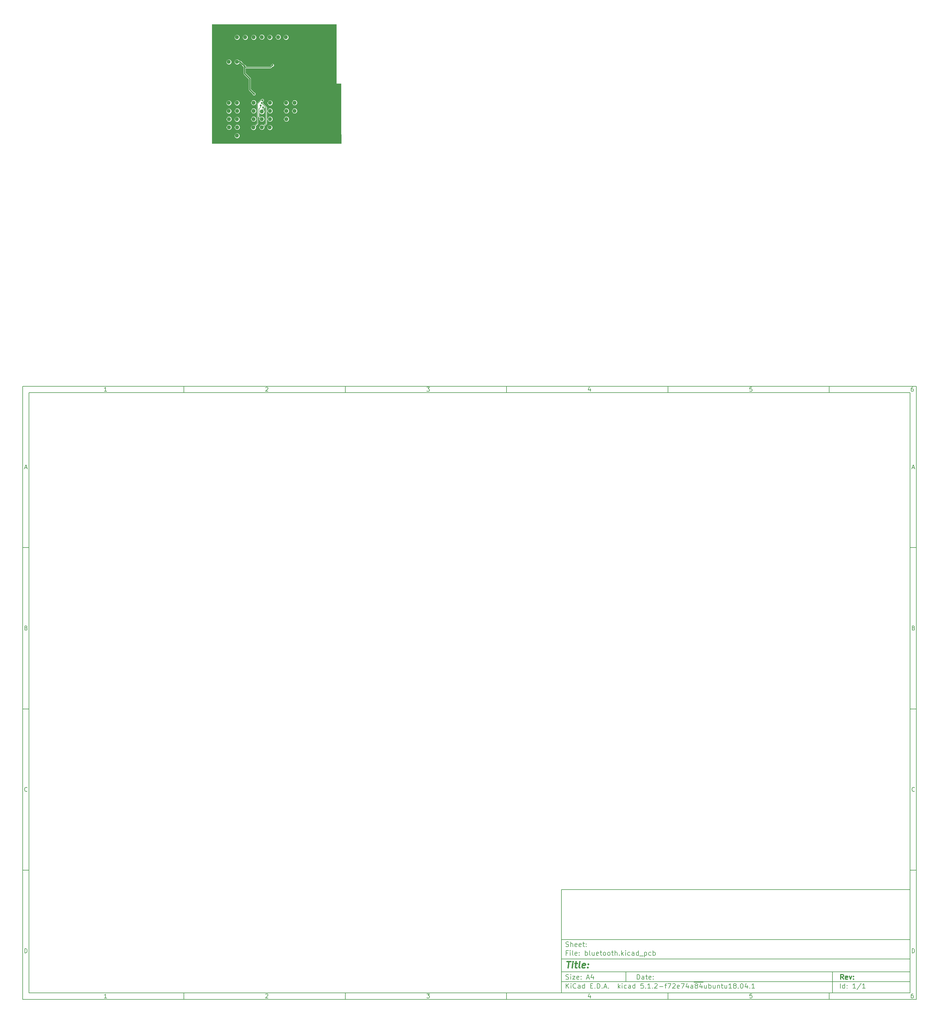
<source format=gbr>
%TF.GenerationSoftware,KiCad,Pcbnew,5.1.2-f72e74a~84~ubuntu18.04.1*%
%TF.CreationDate,2019-07-21T14:48:09+03:00*%
%TF.ProjectId,bluetooth,626c7565-746f-46f7-9468-2e6b69636164,rev?*%
%TF.SameCoordinates,Original*%
%TF.FileFunction,Copper,L32,Bot*%
%TF.FilePolarity,Positive*%
%FSLAX46Y46*%
G04 Gerber Fmt 4.6, Leading zero omitted, Abs format (unit mm)*
G04 Created by KiCad (PCBNEW 5.1.2-f72e74a~84~ubuntu18.04.1) date 2019-07-21 14:48:09*
%MOMM*%
%LPD*%
G04 APERTURE LIST*
%ADD10C,0.100000*%
%ADD11C,0.150000*%
%ADD12C,0.300000*%
%ADD13C,0.400000*%
%TA.AperFunction,ComponentPad*%
%ADD14C,1.300000*%
%TD*%
%TA.AperFunction,ViaPad*%
%ADD15C,0.609600*%
%TD*%
%TA.AperFunction,ViaPad*%
%ADD16C,0.400000*%
%TD*%
%TA.AperFunction,ViaPad*%
%ADD17C,0.660000*%
%TD*%
%TA.AperFunction,Conductor*%
%ADD18C,0.152400*%
%TD*%
%TA.AperFunction,Conductor*%
%ADD19C,0.254000*%
%TD*%
%TA.AperFunction,Conductor*%
%ADD20C,0.381000*%
%TD*%
%TA.AperFunction,Conductor*%
%ADD21C,0.025400*%
%TD*%
G04 APERTURE END LIST*
D10*
D11*
X177002200Y-166007200D02*
X177002200Y-198007200D01*
X285002200Y-198007200D01*
X285002200Y-166007200D01*
X177002200Y-166007200D01*
D10*
D11*
X10000000Y-10000000D02*
X10000000Y-200007200D01*
X287002200Y-200007200D01*
X287002200Y-10000000D01*
X10000000Y-10000000D01*
D10*
D11*
X12000000Y-12000000D02*
X12000000Y-198007200D01*
X285002200Y-198007200D01*
X285002200Y-12000000D01*
X12000000Y-12000000D01*
D10*
D11*
X60000000Y-12000000D02*
X60000000Y-10000000D01*
D10*
D11*
X110000000Y-12000000D02*
X110000000Y-10000000D01*
D10*
D11*
X160000000Y-12000000D02*
X160000000Y-10000000D01*
D10*
D11*
X210000000Y-12000000D02*
X210000000Y-10000000D01*
D10*
D11*
X260000000Y-12000000D02*
X260000000Y-10000000D01*
D10*
D11*
X36065476Y-11588095D02*
X35322619Y-11588095D01*
X35694047Y-11588095D02*
X35694047Y-10288095D01*
X35570238Y-10473809D01*
X35446428Y-10597619D01*
X35322619Y-10659523D01*
D10*
D11*
X85322619Y-10411904D02*
X85384523Y-10350000D01*
X85508333Y-10288095D01*
X85817857Y-10288095D01*
X85941666Y-10350000D01*
X86003571Y-10411904D01*
X86065476Y-10535714D01*
X86065476Y-10659523D01*
X86003571Y-10845238D01*
X85260714Y-11588095D01*
X86065476Y-11588095D01*
D10*
D11*
X135260714Y-10288095D02*
X136065476Y-10288095D01*
X135632142Y-10783333D01*
X135817857Y-10783333D01*
X135941666Y-10845238D01*
X136003571Y-10907142D01*
X136065476Y-11030952D01*
X136065476Y-11340476D01*
X136003571Y-11464285D01*
X135941666Y-11526190D01*
X135817857Y-11588095D01*
X135446428Y-11588095D01*
X135322619Y-11526190D01*
X135260714Y-11464285D01*
D10*
D11*
X185941666Y-10721428D02*
X185941666Y-11588095D01*
X185632142Y-10226190D02*
X185322619Y-11154761D01*
X186127380Y-11154761D01*
D10*
D11*
X236003571Y-10288095D02*
X235384523Y-10288095D01*
X235322619Y-10907142D01*
X235384523Y-10845238D01*
X235508333Y-10783333D01*
X235817857Y-10783333D01*
X235941666Y-10845238D01*
X236003571Y-10907142D01*
X236065476Y-11030952D01*
X236065476Y-11340476D01*
X236003571Y-11464285D01*
X235941666Y-11526190D01*
X235817857Y-11588095D01*
X235508333Y-11588095D01*
X235384523Y-11526190D01*
X235322619Y-11464285D01*
D10*
D11*
X285941666Y-10288095D02*
X285694047Y-10288095D01*
X285570238Y-10350000D01*
X285508333Y-10411904D01*
X285384523Y-10597619D01*
X285322619Y-10845238D01*
X285322619Y-11340476D01*
X285384523Y-11464285D01*
X285446428Y-11526190D01*
X285570238Y-11588095D01*
X285817857Y-11588095D01*
X285941666Y-11526190D01*
X286003571Y-11464285D01*
X286065476Y-11340476D01*
X286065476Y-11030952D01*
X286003571Y-10907142D01*
X285941666Y-10845238D01*
X285817857Y-10783333D01*
X285570238Y-10783333D01*
X285446428Y-10845238D01*
X285384523Y-10907142D01*
X285322619Y-11030952D01*
D10*
D11*
X60000000Y-198007200D02*
X60000000Y-200007200D01*
D10*
D11*
X110000000Y-198007200D02*
X110000000Y-200007200D01*
D10*
D11*
X160000000Y-198007200D02*
X160000000Y-200007200D01*
D10*
D11*
X210000000Y-198007200D02*
X210000000Y-200007200D01*
D10*
D11*
X260000000Y-198007200D02*
X260000000Y-200007200D01*
D10*
D11*
X36065476Y-199595295D02*
X35322619Y-199595295D01*
X35694047Y-199595295D02*
X35694047Y-198295295D01*
X35570238Y-198481009D01*
X35446428Y-198604819D01*
X35322619Y-198666723D01*
D10*
D11*
X85322619Y-198419104D02*
X85384523Y-198357200D01*
X85508333Y-198295295D01*
X85817857Y-198295295D01*
X85941666Y-198357200D01*
X86003571Y-198419104D01*
X86065476Y-198542914D01*
X86065476Y-198666723D01*
X86003571Y-198852438D01*
X85260714Y-199595295D01*
X86065476Y-199595295D01*
D10*
D11*
X135260714Y-198295295D02*
X136065476Y-198295295D01*
X135632142Y-198790533D01*
X135817857Y-198790533D01*
X135941666Y-198852438D01*
X136003571Y-198914342D01*
X136065476Y-199038152D01*
X136065476Y-199347676D01*
X136003571Y-199471485D01*
X135941666Y-199533390D01*
X135817857Y-199595295D01*
X135446428Y-199595295D01*
X135322619Y-199533390D01*
X135260714Y-199471485D01*
D10*
D11*
X185941666Y-198728628D02*
X185941666Y-199595295D01*
X185632142Y-198233390D02*
X185322619Y-199161961D01*
X186127380Y-199161961D01*
D10*
D11*
X236003571Y-198295295D02*
X235384523Y-198295295D01*
X235322619Y-198914342D01*
X235384523Y-198852438D01*
X235508333Y-198790533D01*
X235817857Y-198790533D01*
X235941666Y-198852438D01*
X236003571Y-198914342D01*
X236065476Y-199038152D01*
X236065476Y-199347676D01*
X236003571Y-199471485D01*
X235941666Y-199533390D01*
X235817857Y-199595295D01*
X235508333Y-199595295D01*
X235384523Y-199533390D01*
X235322619Y-199471485D01*
D10*
D11*
X285941666Y-198295295D02*
X285694047Y-198295295D01*
X285570238Y-198357200D01*
X285508333Y-198419104D01*
X285384523Y-198604819D01*
X285322619Y-198852438D01*
X285322619Y-199347676D01*
X285384523Y-199471485D01*
X285446428Y-199533390D01*
X285570238Y-199595295D01*
X285817857Y-199595295D01*
X285941666Y-199533390D01*
X286003571Y-199471485D01*
X286065476Y-199347676D01*
X286065476Y-199038152D01*
X286003571Y-198914342D01*
X285941666Y-198852438D01*
X285817857Y-198790533D01*
X285570238Y-198790533D01*
X285446428Y-198852438D01*
X285384523Y-198914342D01*
X285322619Y-199038152D01*
D10*
D11*
X10000000Y-60000000D02*
X12000000Y-60000000D01*
D10*
D11*
X10000000Y-110000000D02*
X12000000Y-110000000D01*
D10*
D11*
X10000000Y-160000000D02*
X12000000Y-160000000D01*
D10*
D11*
X10690476Y-35216666D02*
X11309523Y-35216666D01*
X10566666Y-35588095D02*
X11000000Y-34288095D01*
X11433333Y-35588095D01*
D10*
D11*
X11092857Y-84907142D02*
X11278571Y-84969047D01*
X11340476Y-85030952D01*
X11402380Y-85154761D01*
X11402380Y-85340476D01*
X11340476Y-85464285D01*
X11278571Y-85526190D01*
X11154761Y-85588095D01*
X10659523Y-85588095D01*
X10659523Y-84288095D01*
X11092857Y-84288095D01*
X11216666Y-84350000D01*
X11278571Y-84411904D01*
X11340476Y-84535714D01*
X11340476Y-84659523D01*
X11278571Y-84783333D01*
X11216666Y-84845238D01*
X11092857Y-84907142D01*
X10659523Y-84907142D01*
D10*
D11*
X11402380Y-135464285D02*
X11340476Y-135526190D01*
X11154761Y-135588095D01*
X11030952Y-135588095D01*
X10845238Y-135526190D01*
X10721428Y-135402380D01*
X10659523Y-135278571D01*
X10597619Y-135030952D01*
X10597619Y-134845238D01*
X10659523Y-134597619D01*
X10721428Y-134473809D01*
X10845238Y-134350000D01*
X11030952Y-134288095D01*
X11154761Y-134288095D01*
X11340476Y-134350000D01*
X11402380Y-134411904D01*
D10*
D11*
X10659523Y-185588095D02*
X10659523Y-184288095D01*
X10969047Y-184288095D01*
X11154761Y-184350000D01*
X11278571Y-184473809D01*
X11340476Y-184597619D01*
X11402380Y-184845238D01*
X11402380Y-185030952D01*
X11340476Y-185278571D01*
X11278571Y-185402380D01*
X11154761Y-185526190D01*
X10969047Y-185588095D01*
X10659523Y-185588095D01*
D10*
D11*
X287002200Y-60000000D02*
X285002200Y-60000000D01*
D10*
D11*
X287002200Y-110000000D02*
X285002200Y-110000000D01*
D10*
D11*
X287002200Y-160000000D02*
X285002200Y-160000000D01*
D10*
D11*
X285692676Y-35216666D02*
X286311723Y-35216666D01*
X285568866Y-35588095D02*
X286002200Y-34288095D01*
X286435533Y-35588095D01*
D10*
D11*
X286095057Y-84907142D02*
X286280771Y-84969047D01*
X286342676Y-85030952D01*
X286404580Y-85154761D01*
X286404580Y-85340476D01*
X286342676Y-85464285D01*
X286280771Y-85526190D01*
X286156961Y-85588095D01*
X285661723Y-85588095D01*
X285661723Y-84288095D01*
X286095057Y-84288095D01*
X286218866Y-84350000D01*
X286280771Y-84411904D01*
X286342676Y-84535714D01*
X286342676Y-84659523D01*
X286280771Y-84783333D01*
X286218866Y-84845238D01*
X286095057Y-84907142D01*
X285661723Y-84907142D01*
D10*
D11*
X286404580Y-135464285D02*
X286342676Y-135526190D01*
X286156961Y-135588095D01*
X286033152Y-135588095D01*
X285847438Y-135526190D01*
X285723628Y-135402380D01*
X285661723Y-135278571D01*
X285599819Y-135030952D01*
X285599819Y-134845238D01*
X285661723Y-134597619D01*
X285723628Y-134473809D01*
X285847438Y-134350000D01*
X286033152Y-134288095D01*
X286156961Y-134288095D01*
X286342676Y-134350000D01*
X286404580Y-134411904D01*
D10*
D11*
X285661723Y-185588095D02*
X285661723Y-184288095D01*
X285971247Y-184288095D01*
X286156961Y-184350000D01*
X286280771Y-184473809D01*
X286342676Y-184597619D01*
X286404580Y-184845238D01*
X286404580Y-185030952D01*
X286342676Y-185278571D01*
X286280771Y-185402380D01*
X286156961Y-185526190D01*
X285971247Y-185588095D01*
X285661723Y-185588095D01*
D10*
D11*
X200434342Y-193785771D02*
X200434342Y-192285771D01*
X200791485Y-192285771D01*
X201005771Y-192357200D01*
X201148628Y-192500057D01*
X201220057Y-192642914D01*
X201291485Y-192928628D01*
X201291485Y-193142914D01*
X201220057Y-193428628D01*
X201148628Y-193571485D01*
X201005771Y-193714342D01*
X200791485Y-193785771D01*
X200434342Y-193785771D01*
X202577200Y-193785771D02*
X202577200Y-193000057D01*
X202505771Y-192857200D01*
X202362914Y-192785771D01*
X202077200Y-192785771D01*
X201934342Y-192857200D01*
X202577200Y-193714342D02*
X202434342Y-193785771D01*
X202077200Y-193785771D01*
X201934342Y-193714342D01*
X201862914Y-193571485D01*
X201862914Y-193428628D01*
X201934342Y-193285771D01*
X202077200Y-193214342D01*
X202434342Y-193214342D01*
X202577200Y-193142914D01*
X203077200Y-192785771D02*
X203648628Y-192785771D01*
X203291485Y-192285771D02*
X203291485Y-193571485D01*
X203362914Y-193714342D01*
X203505771Y-193785771D01*
X203648628Y-193785771D01*
X204720057Y-193714342D02*
X204577200Y-193785771D01*
X204291485Y-193785771D01*
X204148628Y-193714342D01*
X204077200Y-193571485D01*
X204077200Y-193000057D01*
X204148628Y-192857200D01*
X204291485Y-192785771D01*
X204577200Y-192785771D01*
X204720057Y-192857200D01*
X204791485Y-193000057D01*
X204791485Y-193142914D01*
X204077200Y-193285771D01*
X205434342Y-193642914D02*
X205505771Y-193714342D01*
X205434342Y-193785771D01*
X205362914Y-193714342D01*
X205434342Y-193642914D01*
X205434342Y-193785771D01*
X205434342Y-192857200D02*
X205505771Y-192928628D01*
X205434342Y-193000057D01*
X205362914Y-192928628D01*
X205434342Y-192857200D01*
X205434342Y-193000057D01*
D10*
D11*
X177002200Y-194507200D02*
X285002200Y-194507200D01*
D10*
D11*
X178434342Y-196585771D02*
X178434342Y-195085771D01*
X179291485Y-196585771D02*
X178648628Y-195728628D01*
X179291485Y-195085771D02*
X178434342Y-195942914D01*
X179934342Y-196585771D02*
X179934342Y-195585771D01*
X179934342Y-195085771D02*
X179862914Y-195157200D01*
X179934342Y-195228628D01*
X180005771Y-195157200D01*
X179934342Y-195085771D01*
X179934342Y-195228628D01*
X181505771Y-196442914D02*
X181434342Y-196514342D01*
X181220057Y-196585771D01*
X181077200Y-196585771D01*
X180862914Y-196514342D01*
X180720057Y-196371485D01*
X180648628Y-196228628D01*
X180577200Y-195942914D01*
X180577200Y-195728628D01*
X180648628Y-195442914D01*
X180720057Y-195300057D01*
X180862914Y-195157200D01*
X181077200Y-195085771D01*
X181220057Y-195085771D01*
X181434342Y-195157200D01*
X181505771Y-195228628D01*
X182791485Y-196585771D02*
X182791485Y-195800057D01*
X182720057Y-195657200D01*
X182577200Y-195585771D01*
X182291485Y-195585771D01*
X182148628Y-195657200D01*
X182791485Y-196514342D02*
X182648628Y-196585771D01*
X182291485Y-196585771D01*
X182148628Y-196514342D01*
X182077200Y-196371485D01*
X182077200Y-196228628D01*
X182148628Y-196085771D01*
X182291485Y-196014342D01*
X182648628Y-196014342D01*
X182791485Y-195942914D01*
X184148628Y-196585771D02*
X184148628Y-195085771D01*
X184148628Y-196514342D02*
X184005771Y-196585771D01*
X183720057Y-196585771D01*
X183577200Y-196514342D01*
X183505771Y-196442914D01*
X183434342Y-196300057D01*
X183434342Y-195871485D01*
X183505771Y-195728628D01*
X183577200Y-195657200D01*
X183720057Y-195585771D01*
X184005771Y-195585771D01*
X184148628Y-195657200D01*
X186005771Y-195800057D02*
X186505771Y-195800057D01*
X186720057Y-196585771D02*
X186005771Y-196585771D01*
X186005771Y-195085771D01*
X186720057Y-195085771D01*
X187362914Y-196442914D02*
X187434342Y-196514342D01*
X187362914Y-196585771D01*
X187291485Y-196514342D01*
X187362914Y-196442914D01*
X187362914Y-196585771D01*
X188077200Y-196585771D02*
X188077200Y-195085771D01*
X188434342Y-195085771D01*
X188648628Y-195157200D01*
X188791485Y-195300057D01*
X188862914Y-195442914D01*
X188934342Y-195728628D01*
X188934342Y-195942914D01*
X188862914Y-196228628D01*
X188791485Y-196371485D01*
X188648628Y-196514342D01*
X188434342Y-196585771D01*
X188077200Y-196585771D01*
X189577200Y-196442914D02*
X189648628Y-196514342D01*
X189577200Y-196585771D01*
X189505771Y-196514342D01*
X189577200Y-196442914D01*
X189577200Y-196585771D01*
X190220057Y-196157200D02*
X190934342Y-196157200D01*
X190077200Y-196585771D02*
X190577200Y-195085771D01*
X191077200Y-196585771D01*
X191577200Y-196442914D02*
X191648628Y-196514342D01*
X191577200Y-196585771D01*
X191505771Y-196514342D01*
X191577200Y-196442914D01*
X191577200Y-196585771D01*
X194577200Y-196585771D02*
X194577200Y-195085771D01*
X194720057Y-196014342D02*
X195148628Y-196585771D01*
X195148628Y-195585771D02*
X194577200Y-196157200D01*
X195791485Y-196585771D02*
X195791485Y-195585771D01*
X195791485Y-195085771D02*
X195720057Y-195157200D01*
X195791485Y-195228628D01*
X195862914Y-195157200D01*
X195791485Y-195085771D01*
X195791485Y-195228628D01*
X197148628Y-196514342D02*
X197005771Y-196585771D01*
X196720057Y-196585771D01*
X196577200Y-196514342D01*
X196505771Y-196442914D01*
X196434342Y-196300057D01*
X196434342Y-195871485D01*
X196505771Y-195728628D01*
X196577200Y-195657200D01*
X196720057Y-195585771D01*
X197005771Y-195585771D01*
X197148628Y-195657200D01*
X198434342Y-196585771D02*
X198434342Y-195800057D01*
X198362914Y-195657200D01*
X198220057Y-195585771D01*
X197934342Y-195585771D01*
X197791485Y-195657200D01*
X198434342Y-196514342D02*
X198291485Y-196585771D01*
X197934342Y-196585771D01*
X197791485Y-196514342D01*
X197720057Y-196371485D01*
X197720057Y-196228628D01*
X197791485Y-196085771D01*
X197934342Y-196014342D01*
X198291485Y-196014342D01*
X198434342Y-195942914D01*
X199791485Y-196585771D02*
X199791485Y-195085771D01*
X199791485Y-196514342D02*
X199648628Y-196585771D01*
X199362914Y-196585771D01*
X199220057Y-196514342D01*
X199148628Y-196442914D01*
X199077200Y-196300057D01*
X199077200Y-195871485D01*
X199148628Y-195728628D01*
X199220057Y-195657200D01*
X199362914Y-195585771D01*
X199648628Y-195585771D01*
X199791485Y-195657200D01*
X202362914Y-195085771D02*
X201648628Y-195085771D01*
X201577200Y-195800057D01*
X201648628Y-195728628D01*
X201791485Y-195657200D01*
X202148628Y-195657200D01*
X202291485Y-195728628D01*
X202362914Y-195800057D01*
X202434342Y-195942914D01*
X202434342Y-196300057D01*
X202362914Y-196442914D01*
X202291485Y-196514342D01*
X202148628Y-196585771D01*
X201791485Y-196585771D01*
X201648628Y-196514342D01*
X201577200Y-196442914D01*
X203077200Y-196442914D02*
X203148628Y-196514342D01*
X203077200Y-196585771D01*
X203005771Y-196514342D01*
X203077200Y-196442914D01*
X203077200Y-196585771D01*
X204577200Y-196585771D02*
X203720057Y-196585771D01*
X204148628Y-196585771D02*
X204148628Y-195085771D01*
X204005771Y-195300057D01*
X203862914Y-195442914D01*
X203720057Y-195514342D01*
X205220057Y-196442914D02*
X205291485Y-196514342D01*
X205220057Y-196585771D01*
X205148628Y-196514342D01*
X205220057Y-196442914D01*
X205220057Y-196585771D01*
X205862914Y-195228628D02*
X205934342Y-195157200D01*
X206077200Y-195085771D01*
X206434342Y-195085771D01*
X206577200Y-195157200D01*
X206648628Y-195228628D01*
X206720057Y-195371485D01*
X206720057Y-195514342D01*
X206648628Y-195728628D01*
X205791485Y-196585771D01*
X206720057Y-196585771D01*
X207362914Y-196014342D02*
X208505771Y-196014342D01*
X209005771Y-195585771D02*
X209577200Y-195585771D01*
X209220057Y-196585771D02*
X209220057Y-195300057D01*
X209291485Y-195157200D01*
X209434342Y-195085771D01*
X209577200Y-195085771D01*
X209934342Y-195085771D02*
X210934342Y-195085771D01*
X210291485Y-196585771D01*
X211434342Y-195228628D02*
X211505771Y-195157200D01*
X211648628Y-195085771D01*
X212005771Y-195085771D01*
X212148628Y-195157200D01*
X212220057Y-195228628D01*
X212291485Y-195371485D01*
X212291485Y-195514342D01*
X212220057Y-195728628D01*
X211362914Y-196585771D01*
X212291485Y-196585771D01*
X213505771Y-196514342D02*
X213362914Y-196585771D01*
X213077200Y-196585771D01*
X212934342Y-196514342D01*
X212862914Y-196371485D01*
X212862914Y-195800057D01*
X212934342Y-195657200D01*
X213077200Y-195585771D01*
X213362914Y-195585771D01*
X213505771Y-195657200D01*
X213577200Y-195800057D01*
X213577200Y-195942914D01*
X212862914Y-196085771D01*
X214077200Y-195085771D02*
X215077200Y-195085771D01*
X214434342Y-196585771D01*
X216291485Y-195585771D02*
X216291485Y-196585771D01*
X215934342Y-195014342D02*
X215577200Y-196085771D01*
X216505771Y-196085771D01*
X217720057Y-196585771D02*
X217720057Y-195800057D01*
X217648628Y-195657200D01*
X217505771Y-195585771D01*
X217220057Y-195585771D01*
X217077200Y-195657200D01*
X217720057Y-196514342D02*
X217577200Y-196585771D01*
X217220057Y-196585771D01*
X217077200Y-196514342D01*
X217005771Y-196371485D01*
X217005771Y-196228628D01*
X217077200Y-196085771D01*
X217220057Y-196014342D01*
X217577200Y-196014342D01*
X217720057Y-195942914D01*
X218077200Y-194677200D02*
X219505771Y-194677200D01*
X218648628Y-195728628D02*
X218505771Y-195657200D01*
X218434342Y-195585771D01*
X218362914Y-195442914D01*
X218362914Y-195371485D01*
X218434342Y-195228628D01*
X218505771Y-195157200D01*
X218648628Y-195085771D01*
X218934342Y-195085771D01*
X219077200Y-195157200D01*
X219148628Y-195228628D01*
X219220057Y-195371485D01*
X219220057Y-195442914D01*
X219148628Y-195585771D01*
X219077200Y-195657200D01*
X218934342Y-195728628D01*
X218648628Y-195728628D01*
X218505771Y-195800057D01*
X218434342Y-195871485D01*
X218362914Y-196014342D01*
X218362914Y-196300057D01*
X218434342Y-196442914D01*
X218505771Y-196514342D01*
X218648628Y-196585771D01*
X218934342Y-196585771D01*
X219077200Y-196514342D01*
X219148628Y-196442914D01*
X219220057Y-196300057D01*
X219220057Y-196014342D01*
X219148628Y-195871485D01*
X219077200Y-195800057D01*
X218934342Y-195728628D01*
X219505771Y-194677200D02*
X220934342Y-194677200D01*
X220505771Y-195585771D02*
X220505771Y-196585771D01*
X220148628Y-195014342D02*
X219791485Y-196085771D01*
X220720057Y-196085771D01*
X221934342Y-195585771D02*
X221934342Y-196585771D01*
X221291485Y-195585771D02*
X221291485Y-196371485D01*
X221362914Y-196514342D01*
X221505771Y-196585771D01*
X221720057Y-196585771D01*
X221862914Y-196514342D01*
X221934342Y-196442914D01*
X222648628Y-196585771D02*
X222648628Y-195085771D01*
X222648628Y-195657200D02*
X222791485Y-195585771D01*
X223077200Y-195585771D01*
X223220057Y-195657200D01*
X223291485Y-195728628D01*
X223362914Y-195871485D01*
X223362914Y-196300057D01*
X223291485Y-196442914D01*
X223220057Y-196514342D01*
X223077200Y-196585771D01*
X222791485Y-196585771D01*
X222648628Y-196514342D01*
X224648628Y-195585771D02*
X224648628Y-196585771D01*
X224005771Y-195585771D02*
X224005771Y-196371485D01*
X224077200Y-196514342D01*
X224220057Y-196585771D01*
X224434342Y-196585771D01*
X224577200Y-196514342D01*
X224648628Y-196442914D01*
X225362914Y-195585771D02*
X225362914Y-196585771D01*
X225362914Y-195728628D02*
X225434342Y-195657200D01*
X225577200Y-195585771D01*
X225791485Y-195585771D01*
X225934342Y-195657200D01*
X226005771Y-195800057D01*
X226005771Y-196585771D01*
X226505771Y-195585771D02*
X227077200Y-195585771D01*
X226720057Y-195085771D02*
X226720057Y-196371485D01*
X226791485Y-196514342D01*
X226934342Y-196585771D01*
X227077200Y-196585771D01*
X228220057Y-195585771D02*
X228220057Y-196585771D01*
X227577200Y-195585771D02*
X227577200Y-196371485D01*
X227648628Y-196514342D01*
X227791485Y-196585771D01*
X228005771Y-196585771D01*
X228148628Y-196514342D01*
X228220057Y-196442914D01*
X229720057Y-196585771D02*
X228862914Y-196585771D01*
X229291485Y-196585771D02*
X229291485Y-195085771D01*
X229148628Y-195300057D01*
X229005771Y-195442914D01*
X228862914Y-195514342D01*
X230577200Y-195728628D02*
X230434342Y-195657200D01*
X230362914Y-195585771D01*
X230291485Y-195442914D01*
X230291485Y-195371485D01*
X230362914Y-195228628D01*
X230434342Y-195157200D01*
X230577200Y-195085771D01*
X230862914Y-195085771D01*
X231005771Y-195157200D01*
X231077200Y-195228628D01*
X231148628Y-195371485D01*
X231148628Y-195442914D01*
X231077200Y-195585771D01*
X231005771Y-195657200D01*
X230862914Y-195728628D01*
X230577200Y-195728628D01*
X230434342Y-195800057D01*
X230362914Y-195871485D01*
X230291485Y-196014342D01*
X230291485Y-196300057D01*
X230362914Y-196442914D01*
X230434342Y-196514342D01*
X230577200Y-196585771D01*
X230862914Y-196585771D01*
X231005771Y-196514342D01*
X231077200Y-196442914D01*
X231148628Y-196300057D01*
X231148628Y-196014342D01*
X231077200Y-195871485D01*
X231005771Y-195800057D01*
X230862914Y-195728628D01*
X231791485Y-196442914D02*
X231862914Y-196514342D01*
X231791485Y-196585771D01*
X231720057Y-196514342D01*
X231791485Y-196442914D01*
X231791485Y-196585771D01*
X232791485Y-195085771D02*
X232934342Y-195085771D01*
X233077200Y-195157200D01*
X233148628Y-195228628D01*
X233220057Y-195371485D01*
X233291485Y-195657200D01*
X233291485Y-196014342D01*
X233220057Y-196300057D01*
X233148628Y-196442914D01*
X233077200Y-196514342D01*
X232934342Y-196585771D01*
X232791485Y-196585771D01*
X232648628Y-196514342D01*
X232577200Y-196442914D01*
X232505771Y-196300057D01*
X232434342Y-196014342D01*
X232434342Y-195657200D01*
X232505771Y-195371485D01*
X232577200Y-195228628D01*
X232648628Y-195157200D01*
X232791485Y-195085771D01*
X234577200Y-195585771D02*
X234577200Y-196585771D01*
X234220057Y-195014342D02*
X233862914Y-196085771D01*
X234791485Y-196085771D01*
X235362914Y-196442914D02*
X235434342Y-196514342D01*
X235362914Y-196585771D01*
X235291485Y-196514342D01*
X235362914Y-196442914D01*
X235362914Y-196585771D01*
X236862914Y-196585771D02*
X236005771Y-196585771D01*
X236434342Y-196585771D02*
X236434342Y-195085771D01*
X236291485Y-195300057D01*
X236148628Y-195442914D01*
X236005771Y-195514342D01*
D10*
D11*
X177002200Y-191507200D02*
X285002200Y-191507200D01*
D10*
D12*
X264411485Y-193785771D02*
X263911485Y-193071485D01*
X263554342Y-193785771D02*
X263554342Y-192285771D01*
X264125771Y-192285771D01*
X264268628Y-192357200D01*
X264340057Y-192428628D01*
X264411485Y-192571485D01*
X264411485Y-192785771D01*
X264340057Y-192928628D01*
X264268628Y-193000057D01*
X264125771Y-193071485D01*
X263554342Y-193071485D01*
X265625771Y-193714342D02*
X265482914Y-193785771D01*
X265197200Y-193785771D01*
X265054342Y-193714342D01*
X264982914Y-193571485D01*
X264982914Y-193000057D01*
X265054342Y-192857200D01*
X265197200Y-192785771D01*
X265482914Y-192785771D01*
X265625771Y-192857200D01*
X265697200Y-193000057D01*
X265697200Y-193142914D01*
X264982914Y-193285771D01*
X266197200Y-192785771D02*
X266554342Y-193785771D01*
X266911485Y-192785771D01*
X267482914Y-193642914D02*
X267554342Y-193714342D01*
X267482914Y-193785771D01*
X267411485Y-193714342D01*
X267482914Y-193642914D01*
X267482914Y-193785771D01*
X267482914Y-192857200D02*
X267554342Y-192928628D01*
X267482914Y-193000057D01*
X267411485Y-192928628D01*
X267482914Y-192857200D01*
X267482914Y-193000057D01*
D10*
D11*
X178362914Y-193714342D02*
X178577200Y-193785771D01*
X178934342Y-193785771D01*
X179077200Y-193714342D01*
X179148628Y-193642914D01*
X179220057Y-193500057D01*
X179220057Y-193357200D01*
X179148628Y-193214342D01*
X179077200Y-193142914D01*
X178934342Y-193071485D01*
X178648628Y-193000057D01*
X178505771Y-192928628D01*
X178434342Y-192857200D01*
X178362914Y-192714342D01*
X178362914Y-192571485D01*
X178434342Y-192428628D01*
X178505771Y-192357200D01*
X178648628Y-192285771D01*
X179005771Y-192285771D01*
X179220057Y-192357200D01*
X179862914Y-193785771D02*
X179862914Y-192785771D01*
X179862914Y-192285771D02*
X179791485Y-192357200D01*
X179862914Y-192428628D01*
X179934342Y-192357200D01*
X179862914Y-192285771D01*
X179862914Y-192428628D01*
X180434342Y-192785771D02*
X181220057Y-192785771D01*
X180434342Y-193785771D01*
X181220057Y-193785771D01*
X182362914Y-193714342D02*
X182220057Y-193785771D01*
X181934342Y-193785771D01*
X181791485Y-193714342D01*
X181720057Y-193571485D01*
X181720057Y-193000057D01*
X181791485Y-192857200D01*
X181934342Y-192785771D01*
X182220057Y-192785771D01*
X182362914Y-192857200D01*
X182434342Y-193000057D01*
X182434342Y-193142914D01*
X181720057Y-193285771D01*
X183077200Y-193642914D02*
X183148628Y-193714342D01*
X183077200Y-193785771D01*
X183005771Y-193714342D01*
X183077200Y-193642914D01*
X183077200Y-193785771D01*
X183077200Y-192857200D02*
X183148628Y-192928628D01*
X183077200Y-193000057D01*
X183005771Y-192928628D01*
X183077200Y-192857200D01*
X183077200Y-193000057D01*
X184862914Y-193357200D02*
X185577200Y-193357200D01*
X184720057Y-193785771D02*
X185220057Y-192285771D01*
X185720057Y-193785771D01*
X186862914Y-192785771D02*
X186862914Y-193785771D01*
X186505771Y-192214342D02*
X186148628Y-193285771D01*
X187077200Y-193285771D01*
D10*
D11*
X263434342Y-196585771D02*
X263434342Y-195085771D01*
X264791485Y-196585771D02*
X264791485Y-195085771D01*
X264791485Y-196514342D02*
X264648628Y-196585771D01*
X264362914Y-196585771D01*
X264220057Y-196514342D01*
X264148628Y-196442914D01*
X264077200Y-196300057D01*
X264077200Y-195871485D01*
X264148628Y-195728628D01*
X264220057Y-195657200D01*
X264362914Y-195585771D01*
X264648628Y-195585771D01*
X264791485Y-195657200D01*
X265505771Y-196442914D02*
X265577200Y-196514342D01*
X265505771Y-196585771D01*
X265434342Y-196514342D01*
X265505771Y-196442914D01*
X265505771Y-196585771D01*
X265505771Y-195657200D02*
X265577200Y-195728628D01*
X265505771Y-195800057D01*
X265434342Y-195728628D01*
X265505771Y-195657200D01*
X265505771Y-195800057D01*
X268148628Y-196585771D02*
X267291485Y-196585771D01*
X267720057Y-196585771D02*
X267720057Y-195085771D01*
X267577200Y-195300057D01*
X267434342Y-195442914D01*
X267291485Y-195514342D01*
X269862914Y-195014342D02*
X268577200Y-196942914D01*
X271148628Y-196585771D02*
X270291485Y-196585771D01*
X270720057Y-196585771D02*
X270720057Y-195085771D01*
X270577200Y-195300057D01*
X270434342Y-195442914D01*
X270291485Y-195514342D01*
D10*
D11*
X177002200Y-187507200D02*
X285002200Y-187507200D01*
D10*
D13*
X178714580Y-188211961D02*
X179857438Y-188211961D01*
X179036009Y-190211961D02*
X179286009Y-188211961D01*
X180274104Y-190211961D02*
X180440771Y-188878628D01*
X180524104Y-188211961D02*
X180416961Y-188307200D01*
X180500295Y-188402438D01*
X180607438Y-188307200D01*
X180524104Y-188211961D01*
X180500295Y-188402438D01*
X181107438Y-188878628D02*
X181869342Y-188878628D01*
X181476485Y-188211961D02*
X181262200Y-189926247D01*
X181333628Y-190116723D01*
X181512200Y-190211961D01*
X181702676Y-190211961D01*
X182655057Y-190211961D02*
X182476485Y-190116723D01*
X182405057Y-189926247D01*
X182619342Y-188211961D01*
X184190771Y-190116723D02*
X183988390Y-190211961D01*
X183607438Y-190211961D01*
X183428866Y-190116723D01*
X183357438Y-189926247D01*
X183452676Y-189164342D01*
X183571723Y-188973866D01*
X183774104Y-188878628D01*
X184155057Y-188878628D01*
X184333628Y-188973866D01*
X184405057Y-189164342D01*
X184381247Y-189354819D01*
X183405057Y-189545295D01*
X185155057Y-190021485D02*
X185238390Y-190116723D01*
X185131247Y-190211961D01*
X185047914Y-190116723D01*
X185155057Y-190021485D01*
X185131247Y-190211961D01*
X185286009Y-188973866D02*
X185369342Y-189069104D01*
X185262200Y-189164342D01*
X185178866Y-189069104D01*
X185286009Y-188973866D01*
X185262200Y-189164342D01*
D10*
D11*
X178934342Y-185600057D02*
X178434342Y-185600057D01*
X178434342Y-186385771D02*
X178434342Y-184885771D01*
X179148628Y-184885771D01*
X179720057Y-186385771D02*
X179720057Y-185385771D01*
X179720057Y-184885771D02*
X179648628Y-184957200D01*
X179720057Y-185028628D01*
X179791485Y-184957200D01*
X179720057Y-184885771D01*
X179720057Y-185028628D01*
X180648628Y-186385771D02*
X180505771Y-186314342D01*
X180434342Y-186171485D01*
X180434342Y-184885771D01*
X181791485Y-186314342D02*
X181648628Y-186385771D01*
X181362914Y-186385771D01*
X181220057Y-186314342D01*
X181148628Y-186171485D01*
X181148628Y-185600057D01*
X181220057Y-185457200D01*
X181362914Y-185385771D01*
X181648628Y-185385771D01*
X181791485Y-185457200D01*
X181862914Y-185600057D01*
X181862914Y-185742914D01*
X181148628Y-185885771D01*
X182505771Y-186242914D02*
X182577200Y-186314342D01*
X182505771Y-186385771D01*
X182434342Y-186314342D01*
X182505771Y-186242914D01*
X182505771Y-186385771D01*
X182505771Y-185457200D02*
X182577200Y-185528628D01*
X182505771Y-185600057D01*
X182434342Y-185528628D01*
X182505771Y-185457200D01*
X182505771Y-185600057D01*
X184362914Y-186385771D02*
X184362914Y-184885771D01*
X184362914Y-185457200D02*
X184505771Y-185385771D01*
X184791485Y-185385771D01*
X184934342Y-185457200D01*
X185005771Y-185528628D01*
X185077200Y-185671485D01*
X185077200Y-186100057D01*
X185005771Y-186242914D01*
X184934342Y-186314342D01*
X184791485Y-186385771D01*
X184505771Y-186385771D01*
X184362914Y-186314342D01*
X185934342Y-186385771D02*
X185791485Y-186314342D01*
X185720057Y-186171485D01*
X185720057Y-184885771D01*
X187148628Y-185385771D02*
X187148628Y-186385771D01*
X186505771Y-185385771D02*
X186505771Y-186171485D01*
X186577200Y-186314342D01*
X186720057Y-186385771D01*
X186934342Y-186385771D01*
X187077200Y-186314342D01*
X187148628Y-186242914D01*
X188434342Y-186314342D02*
X188291485Y-186385771D01*
X188005771Y-186385771D01*
X187862914Y-186314342D01*
X187791485Y-186171485D01*
X187791485Y-185600057D01*
X187862914Y-185457200D01*
X188005771Y-185385771D01*
X188291485Y-185385771D01*
X188434342Y-185457200D01*
X188505771Y-185600057D01*
X188505771Y-185742914D01*
X187791485Y-185885771D01*
X188934342Y-185385771D02*
X189505771Y-185385771D01*
X189148628Y-184885771D02*
X189148628Y-186171485D01*
X189220057Y-186314342D01*
X189362914Y-186385771D01*
X189505771Y-186385771D01*
X190220057Y-186385771D02*
X190077200Y-186314342D01*
X190005771Y-186242914D01*
X189934342Y-186100057D01*
X189934342Y-185671485D01*
X190005771Y-185528628D01*
X190077200Y-185457200D01*
X190220057Y-185385771D01*
X190434342Y-185385771D01*
X190577200Y-185457200D01*
X190648628Y-185528628D01*
X190720057Y-185671485D01*
X190720057Y-186100057D01*
X190648628Y-186242914D01*
X190577200Y-186314342D01*
X190434342Y-186385771D01*
X190220057Y-186385771D01*
X191577200Y-186385771D02*
X191434342Y-186314342D01*
X191362914Y-186242914D01*
X191291485Y-186100057D01*
X191291485Y-185671485D01*
X191362914Y-185528628D01*
X191434342Y-185457200D01*
X191577200Y-185385771D01*
X191791485Y-185385771D01*
X191934342Y-185457200D01*
X192005771Y-185528628D01*
X192077200Y-185671485D01*
X192077200Y-186100057D01*
X192005771Y-186242914D01*
X191934342Y-186314342D01*
X191791485Y-186385771D01*
X191577200Y-186385771D01*
X192505771Y-185385771D02*
X193077200Y-185385771D01*
X192720057Y-184885771D02*
X192720057Y-186171485D01*
X192791485Y-186314342D01*
X192934342Y-186385771D01*
X193077200Y-186385771D01*
X193577200Y-186385771D02*
X193577200Y-184885771D01*
X194220057Y-186385771D02*
X194220057Y-185600057D01*
X194148628Y-185457200D01*
X194005771Y-185385771D01*
X193791485Y-185385771D01*
X193648628Y-185457200D01*
X193577200Y-185528628D01*
X194934342Y-186242914D02*
X195005771Y-186314342D01*
X194934342Y-186385771D01*
X194862914Y-186314342D01*
X194934342Y-186242914D01*
X194934342Y-186385771D01*
X195648628Y-186385771D02*
X195648628Y-184885771D01*
X195791485Y-185814342D02*
X196220057Y-186385771D01*
X196220057Y-185385771D02*
X195648628Y-185957200D01*
X196862914Y-186385771D02*
X196862914Y-185385771D01*
X196862914Y-184885771D02*
X196791485Y-184957200D01*
X196862914Y-185028628D01*
X196934342Y-184957200D01*
X196862914Y-184885771D01*
X196862914Y-185028628D01*
X198220057Y-186314342D02*
X198077200Y-186385771D01*
X197791485Y-186385771D01*
X197648628Y-186314342D01*
X197577200Y-186242914D01*
X197505771Y-186100057D01*
X197505771Y-185671485D01*
X197577200Y-185528628D01*
X197648628Y-185457200D01*
X197791485Y-185385771D01*
X198077200Y-185385771D01*
X198220057Y-185457200D01*
X199505771Y-186385771D02*
X199505771Y-185600057D01*
X199434342Y-185457200D01*
X199291485Y-185385771D01*
X199005771Y-185385771D01*
X198862914Y-185457200D01*
X199505771Y-186314342D02*
X199362914Y-186385771D01*
X199005771Y-186385771D01*
X198862914Y-186314342D01*
X198791485Y-186171485D01*
X198791485Y-186028628D01*
X198862914Y-185885771D01*
X199005771Y-185814342D01*
X199362914Y-185814342D01*
X199505771Y-185742914D01*
X200862914Y-186385771D02*
X200862914Y-184885771D01*
X200862914Y-186314342D02*
X200720057Y-186385771D01*
X200434342Y-186385771D01*
X200291485Y-186314342D01*
X200220057Y-186242914D01*
X200148628Y-186100057D01*
X200148628Y-185671485D01*
X200220057Y-185528628D01*
X200291485Y-185457200D01*
X200434342Y-185385771D01*
X200720057Y-185385771D01*
X200862914Y-185457200D01*
X201220057Y-186528628D02*
X202362914Y-186528628D01*
X202720057Y-185385771D02*
X202720057Y-186885771D01*
X202720057Y-185457200D02*
X202862914Y-185385771D01*
X203148628Y-185385771D01*
X203291485Y-185457200D01*
X203362914Y-185528628D01*
X203434342Y-185671485D01*
X203434342Y-186100057D01*
X203362914Y-186242914D01*
X203291485Y-186314342D01*
X203148628Y-186385771D01*
X202862914Y-186385771D01*
X202720057Y-186314342D01*
X204720057Y-186314342D02*
X204577200Y-186385771D01*
X204291485Y-186385771D01*
X204148628Y-186314342D01*
X204077200Y-186242914D01*
X204005771Y-186100057D01*
X204005771Y-185671485D01*
X204077200Y-185528628D01*
X204148628Y-185457200D01*
X204291485Y-185385771D01*
X204577200Y-185385771D01*
X204720057Y-185457200D01*
X205362914Y-186385771D02*
X205362914Y-184885771D01*
X205362914Y-185457200D02*
X205505771Y-185385771D01*
X205791485Y-185385771D01*
X205934342Y-185457200D01*
X206005771Y-185528628D01*
X206077200Y-185671485D01*
X206077200Y-186100057D01*
X206005771Y-186242914D01*
X205934342Y-186314342D01*
X205791485Y-186385771D01*
X205505771Y-186385771D01*
X205362914Y-186314342D01*
D10*
D11*
X177002200Y-181507200D02*
X285002200Y-181507200D01*
D10*
D11*
X178362914Y-183614342D02*
X178577200Y-183685771D01*
X178934342Y-183685771D01*
X179077200Y-183614342D01*
X179148628Y-183542914D01*
X179220057Y-183400057D01*
X179220057Y-183257200D01*
X179148628Y-183114342D01*
X179077200Y-183042914D01*
X178934342Y-182971485D01*
X178648628Y-182900057D01*
X178505771Y-182828628D01*
X178434342Y-182757200D01*
X178362914Y-182614342D01*
X178362914Y-182471485D01*
X178434342Y-182328628D01*
X178505771Y-182257200D01*
X178648628Y-182185771D01*
X179005771Y-182185771D01*
X179220057Y-182257200D01*
X179862914Y-183685771D02*
X179862914Y-182185771D01*
X180505771Y-183685771D02*
X180505771Y-182900057D01*
X180434342Y-182757200D01*
X180291485Y-182685771D01*
X180077200Y-182685771D01*
X179934342Y-182757200D01*
X179862914Y-182828628D01*
X181791485Y-183614342D02*
X181648628Y-183685771D01*
X181362914Y-183685771D01*
X181220057Y-183614342D01*
X181148628Y-183471485D01*
X181148628Y-182900057D01*
X181220057Y-182757200D01*
X181362914Y-182685771D01*
X181648628Y-182685771D01*
X181791485Y-182757200D01*
X181862914Y-182900057D01*
X181862914Y-183042914D01*
X181148628Y-183185771D01*
X183077200Y-183614342D02*
X182934342Y-183685771D01*
X182648628Y-183685771D01*
X182505771Y-183614342D01*
X182434342Y-183471485D01*
X182434342Y-182900057D01*
X182505771Y-182757200D01*
X182648628Y-182685771D01*
X182934342Y-182685771D01*
X183077200Y-182757200D01*
X183148628Y-182900057D01*
X183148628Y-183042914D01*
X182434342Y-183185771D01*
X183577200Y-182685771D02*
X184148628Y-182685771D01*
X183791485Y-182185771D02*
X183791485Y-183471485D01*
X183862914Y-183614342D01*
X184005771Y-183685771D01*
X184148628Y-183685771D01*
X184648628Y-183542914D02*
X184720057Y-183614342D01*
X184648628Y-183685771D01*
X184577200Y-183614342D01*
X184648628Y-183542914D01*
X184648628Y-183685771D01*
X184648628Y-182757200D02*
X184720057Y-182828628D01*
X184648628Y-182900057D01*
X184577200Y-182828628D01*
X184648628Y-182757200D01*
X184648628Y-182900057D01*
D10*
D11*
X197002200Y-191507200D02*
X197002200Y-194507200D01*
D10*
D11*
X261002200Y-191507200D02*
X261002200Y-198007200D01*
D14*
%TO.P,U102,1*%
%TO.N,Net-(U102-Pad1)*%
X86650000Y77830000D03*
%TD*%
%TO.P,U26,GND*%
%TO.N,GND*%
X73890000Y90530000D03*
%TD*%
%TO.P,U8,1*%
%TO.N,N/C*%
X76430000Y90530000D03*
%TD*%
%TO.P,U33,1*%
%TO.N,N/C*%
X76430000Y77830000D03*
%TD*%
%TO.P,U31,1*%
%TO.N,N/C*%
X81510000Y70210000D03*
%TD*%
%TO.P,U25,1*%
%TO.N,N/C*%
X73950000Y72800000D03*
%TD*%
%TO.P,U20,1*%
%TO.N,N/C*%
X84110000Y72800000D03*
%TD*%
%TO.P,U19,1*%
%TO.N,N/C*%
X91670000Y77830000D03*
%TD*%
%TO.P,U32,1*%
%TO.N,Net-(U32-Pad1)*%
X73890000Y75290000D03*
%TD*%
%TO.P,U30,1*%
%TO.N,Net-(U30-Pad1)*%
X76430000Y72750000D03*
%TD*%
%TO.P,U29,1*%
%TO.N,Net-(U29-Pad1)*%
X73890000Y77830000D03*
%TD*%
%TO.P,U28,1*%
%TO.N,Net-(U28-Pad1)*%
X73950000Y70260000D03*
%TD*%
%TO.P,U27,1*%
%TO.N,Net-(U27-Pad1)*%
X84110000Y70260000D03*
%TD*%
%TO.P,U24,1*%
%TO.N,Net-(U24-Pad1)*%
X76430000Y67670000D03*
%TD*%
%TO.P,U23,1*%
%TO.N,Net-(U23-Pad1)*%
X86590000Y70210000D03*
%TD*%
%TO.P,U102,1*%
%TO.N,Net-(U102-Pad1)*%
X86650000Y75340000D03*
%TD*%
%TO.P,U21,1*%
%TO.N,Net-(U21-Pad1)*%
X76490000Y75340000D03*
%TD*%
%TO.P,U18,1*%
%TO.N,Net-(U18-Pad1)*%
X84140000Y75110000D03*
%TD*%
%TO.P,U17,1*%
%TO.N,Net-(U17-Pad1)*%
X81570000Y72800000D03*
%TD*%
%TO.P,U16,1*%
%TO.N,Net-(U16-Pad1)*%
X91730000Y75340000D03*
%TD*%
%TO.P,U15,1*%
%TO.N,Net-(U15-Pad1)*%
X94270000Y77880000D03*
%TD*%
%TO.P,U14,1*%
%TO.N,Net-(U14-Pad1)*%
X81570000Y77880000D03*
%TD*%
%TO.P,U13,1*%
%TO.N,Net-(U13-Pad1)*%
X86650000Y72800000D03*
%TD*%
%TO.P,U12,1*%
%TO.N,Net-(U12-Pad1)*%
X94270000Y75340000D03*
%TD*%
%TO.P,U11,1*%
%TO.N,Net-(U11-Pad1)*%
X81570000Y75340000D03*
%TD*%
%TO.P,U10,1*%
%TO.N,Net-(U10-Pad1)*%
X91730000Y72800000D03*
%TD*%
%TO.P,U9,1*%
%TO.N,Net-(U9-Pad1)*%
X76490000Y70260000D03*
%TD*%
%TO.P,U7,1*%
%TO.N,Net-(U7-Pad1)*%
X76430000Y98150000D03*
%TD*%
%TO.P,U6,1*%
%TO.N,Net-(U6-Pad1)*%
X84110000Y98200000D03*
%TD*%
%TO.P,U5,1*%
%TO.N,Net-(U5-Pad1)*%
X78970000Y98150000D03*
%TD*%
%TO.P,U4,1*%
%TO.N,Net-(U4-Pad1)*%
X86590000Y98150000D03*
%TD*%
%TO.P,U3,1*%
%TO.N,Net-(U3-Pad1)*%
X89190000Y98200000D03*
%TD*%
%TO.P,U2,1*%
%TO.N,Net-(U2-Pad1)*%
X81590000Y98150000D03*
%TD*%
%TO.P,U1,1*%
%TO.N,Net-(U1-Pad1)*%
X91590000Y98150000D03*
%TD*%
D15*
%TO.N,*%
X84525440Y76454030D03*
X84319540Y78653980D03*
X84091340Y77763700D03*
X83782310Y76998500D03*
%TO.N,VDD_NRF*%
X87433170Y89505000D03*
X81718340Y80589420D03*
X78775930Y89168620D03*
D16*
%TO.N,GND*%
X106438000Y82267810D03*
X106438000Y79219810D03*
X103390000Y86839810D03*
X102628000Y86839810D03*
X106438000Y87601810D03*
X106438000Y88363810D03*
X106438000Y89125810D03*
X106438000Y89887810D03*
X106438000Y91411810D03*
X106438000Y92173810D03*
X108470000Y77641810D03*
X106438000Y77695810D03*
X106438000Y76933810D03*
X106438000Y76171810D03*
X106438000Y75409810D03*
X106438000Y74647810D03*
X106438000Y81505810D03*
X106438000Y90649810D03*
X106438000Y79981810D03*
X106438000Y83029810D03*
X106438000Y73885810D03*
X105676000Y83029810D03*
X104914000Y83029810D03*
X104152000Y83029810D03*
X103390000Y83029810D03*
X102628000Y83029810D03*
X106438000Y86839810D03*
X105676000Y86839810D03*
X104914000Y86839810D03*
X104152000Y86839810D03*
X106438000Y78457810D03*
X106438000Y80743810D03*
X105676000Y101317810D03*
X103390000Y101317810D03*
X101104000Y101317810D03*
X105676000Y97507810D03*
X105676000Y93697810D03*
X106438000Y66265810D03*
X102628000Y66265810D03*
X69862000Y66265810D03*
X69862000Y70075810D03*
X74434000Y66265810D03*
X69862000Y101317810D03*
X74434000Y101317810D03*
X69862000Y96745810D03*
X106438000Y73123810D03*
X106438000Y72361810D03*
X106438000Y71599810D03*
X106438000Y70837810D03*
D15*
X76079540Y81986420D03*
X83775740Y91257420D03*
X81794540Y94432420D03*
X87331570Y90589200D03*
X83216850Y89657310D03*
X92589450Y94432480D03*
X86874450Y94432480D03*
X80594610Y89571750D03*
X76895520Y93610250D03*
X79838740Y94432420D03*
X83766330Y94432510D03*
X77019340Y85288420D03*
X76079540Y80589420D03*
X92589540Y80589420D03*
X89236740Y80589420D03*
X92589450Y84151820D03*
X90777160Y83590630D03*
X92589450Y85828220D03*
X92589430Y88768320D03*
X89973170Y91613200D03*
X92589450Y92908480D03*
X89008050Y91409910D03*
X88144450Y91409910D03*
X83766330Y92883110D03*
X75114230Y89538770D03*
X79292310Y90379180D03*
X77954720Y94824460D03*
X73137090Y92100460D03*
X80778540Y80564020D03*
X81108740Y82491620D03*
X77234690Y87488080D03*
X78314740Y92832220D03*
X91548140Y88722580D03*
D17*
X82305940Y87291620D03*
X83505930Y87291620D03*
X84705930Y87291620D03*
X85905930Y87291620D03*
X82305940Y86091620D03*
X83505930Y86091620D03*
X84705930Y86091620D03*
X85905930Y86091620D03*
X82305940Y84891620D03*
X83505930Y84891620D03*
X84705930Y84891620D03*
X85905930Y84891620D03*
X82305940Y83691620D03*
X83505930Y83691620D03*
X84705930Y83691620D03*
X85905930Y83691620D03*
D15*
X90684540Y88057020D03*
X90684540Y87218820D03*
X89236740Y83586620D03*
X89650000Y86200000D03*
%TD*%
D18*
%TO.N,*%
X84525440Y75751120D02*
X84525440Y76454030D01*
X84105940Y75331620D02*
X84525440Y75751120D01*
X83879270Y78653980D02*
X84319540Y78653980D01*
X82805230Y77579940D02*
X83879270Y78653980D01*
X82805230Y71490910D02*
X82805230Y77579940D01*
X81565940Y70251620D02*
X82805230Y71490910D01*
X84091340Y77763700D02*
X85476080Y76378960D01*
X84179220Y70083050D02*
X85476080Y71379910D01*
X85476080Y71379910D02*
X85476080Y76378960D01*
X83782310Y76505870D02*
X83782310Y76998500D01*
X83227330Y75950890D02*
X83782310Y76505870D01*
X83227330Y73670220D02*
X83227330Y75950890D01*
X83227330Y73670220D02*
X84105940Y72791620D01*
D19*
%TO.N,VDD_NRF*%
X79100120Y88844420D02*
X86772590Y88844420D01*
D20*
X80398820Y81908930D02*
X81718340Y80589420D01*
X78775930Y86930710D02*
X80398820Y85307820D01*
X80398820Y81908930D02*
X80398820Y85307820D01*
D19*
X86772590Y88844420D02*
X87433170Y89505000D01*
X78775930Y89168620D02*
X79100120Y88844420D01*
D20*
X78775930Y86930710D02*
X78775930Y89168620D01*
X77372920Y90571620D02*
X78775930Y89168620D01*
X76485940Y90571620D02*
X77372920Y90571620D01*
%TD*%
D21*
%TO.N,GND*%
G36*
X107193210Y89047612D02*
G01*
X107192944Y89047470D01*
X107191020Y89045890D01*
X107189440Y89043966D01*
X107188267Y89041770D01*
X107187544Y89039388D01*
X107187300Y89036910D01*
X107187300Y83791810D01*
X107187544Y83789332D01*
X107188267Y83786950D01*
X107189440Y83784754D01*
X107191020Y83782830D01*
X107192944Y83781250D01*
X107195140Y83780077D01*
X107197522Y83779354D01*
X107200000Y83779110D01*
X108685900Y83779110D01*
X108685900Y68056510D01*
X108686125Y68054129D01*
X108686830Y68051741D01*
X108687986Y68049536D01*
X108689551Y68047599D01*
X108691463Y68046005D01*
X108693650Y68044815D01*
X108696026Y68044074D01*
X108698502Y68043810D01*
X108712663Y68043701D01*
X108712198Y65262700D01*
X68712700Y65262700D01*
X68712700Y67750280D01*
X75614900Y67750280D01*
X75614900Y67589720D01*
X75646224Y67432244D01*
X75707668Y67283905D01*
X75796870Y67150404D01*
X75910404Y67036870D01*
X76043905Y66947668D01*
X76192244Y66886224D01*
X76349720Y66854900D01*
X76510280Y66854900D01*
X76667756Y66886224D01*
X76816095Y66947668D01*
X76949596Y67036870D01*
X77063130Y67150404D01*
X77152332Y67283905D01*
X77213776Y67432244D01*
X77245100Y67589720D01*
X77245100Y67750280D01*
X77213776Y67907756D01*
X77152332Y68056095D01*
X77063130Y68189596D01*
X76949596Y68303130D01*
X76816095Y68392332D01*
X76667756Y68453776D01*
X76510280Y68485100D01*
X76349720Y68485100D01*
X76192244Y68453776D01*
X76043905Y68392332D01*
X75910404Y68303130D01*
X75796870Y68189596D01*
X75707668Y68056095D01*
X75646224Y67907756D01*
X75614900Y67750280D01*
X68712700Y67750280D01*
X68712700Y70340280D01*
X73134900Y70340280D01*
X73134900Y70179720D01*
X73166224Y70022244D01*
X73227668Y69873905D01*
X73316870Y69740404D01*
X73430404Y69626870D01*
X73563905Y69537668D01*
X73712244Y69476224D01*
X73869720Y69444900D01*
X74030280Y69444900D01*
X74187756Y69476224D01*
X74336095Y69537668D01*
X74469596Y69626870D01*
X74583130Y69740404D01*
X74672332Y69873905D01*
X74733776Y70022244D01*
X74765100Y70179720D01*
X74765100Y70340280D01*
X75674900Y70340280D01*
X75674900Y70179720D01*
X75706224Y70022244D01*
X75767668Y69873905D01*
X75856870Y69740404D01*
X75970404Y69626870D01*
X76103905Y69537668D01*
X76252244Y69476224D01*
X76409720Y69444900D01*
X76570280Y69444900D01*
X76727756Y69476224D01*
X76876095Y69537668D01*
X77009596Y69626870D01*
X77123130Y69740404D01*
X77212332Y69873905D01*
X77273776Y70022244D01*
X77305100Y70179720D01*
X77305100Y70290280D01*
X80694900Y70290280D01*
X80694900Y70129720D01*
X80726224Y69972244D01*
X80787668Y69823905D01*
X80876870Y69690404D01*
X80990404Y69576870D01*
X81123905Y69487668D01*
X81272244Y69426224D01*
X81429720Y69394900D01*
X81590280Y69394900D01*
X81747756Y69426224D01*
X81896095Y69487668D01*
X82029596Y69576870D01*
X82143130Y69690404D01*
X82232332Y69823905D01*
X82293776Y69972244D01*
X82325100Y70129720D01*
X82325100Y70290280D01*
X82293776Y70447756D01*
X82237994Y70582425D01*
X82967479Y71311909D01*
X82976680Y71319460D01*
X82987469Y71332606D01*
X83006834Y71356202D01*
X83029240Y71398122D01*
X83029240Y71398123D01*
X83043038Y71443607D01*
X83046530Y71479061D01*
X83046530Y71479064D01*
X83047697Y71490910D01*
X83046530Y71502756D01*
X83046530Y73510163D01*
X83055880Y73498770D01*
X83065088Y73491214D01*
X83382554Y73173750D01*
X83326224Y73037756D01*
X83294900Y72880280D01*
X83294900Y72719720D01*
X83326224Y72562244D01*
X83387668Y72413905D01*
X83476870Y72280404D01*
X83590404Y72166870D01*
X83723905Y72077668D01*
X83872244Y72016224D01*
X84029720Y71984900D01*
X84190280Y71984900D01*
X84347756Y72016224D01*
X84496095Y72077668D01*
X84629596Y72166870D01*
X84743130Y72280404D01*
X84832332Y72413905D01*
X84893776Y72562244D01*
X84925100Y72719720D01*
X84925100Y72880280D01*
X84893776Y73037756D01*
X84832332Y73186095D01*
X84743130Y73319596D01*
X84629596Y73433130D01*
X84496095Y73522332D01*
X84347756Y73583776D01*
X84190280Y73615100D01*
X84029720Y73615100D01*
X83872244Y73583776D01*
X83723905Y73522332D01*
X83719449Y73519354D01*
X83468630Y73770170D01*
X83468630Y74647635D01*
X83506870Y74590404D01*
X83620404Y74476870D01*
X83753905Y74387668D01*
X83902244Y74326224D01*
X84059720Y74294900D01*
X84220280Y74294900D01*
X84377756Y74326224D01*
X84526095Y74387668D01*
X84659596Y74476870D01*
X84773130Y74590404D01*
X84862332Y74723905D01*
X84923776Y74872244D01*
X84955100Y75029720D01*
X84955100Y75190280D01*
X84923776Y75347756D01*
X84862332Y75496095D01*
X84773130Y75629596D01*
X84747689Y75655037D01*
X84749450Y75658332D01*
X84763248Y75703816D01*
X84767907Y75751120D01*
X84766740Y75762969D01*
X84766740Y76050118D01*
X84824984Y76089035D01*
X84890435Y76154486D01*
X84941860Y76231449D01*
X84977282Y76316965D01*
X84995340Y76407749D01*
X84995340Y76500311D01*
X84990836Y76522954D01*
X85234781Y76279009D01*
X85234780Y71479860D01*
X84638823Y70883903D01*
X84629596Y70893130D01*
X84496095Y70982332D01*
X84347756Y71043776D01*
X84190280Y71075100D01*
X84029720Y71075100D01*
X83872244Y71043776D01*
X83723905Y70982332D01*
X83590404Y70893130D01*
X83476870Y70779596D01*
X83387668Y70646095D01*
X83326224Y70497756D01*
X83294900Y70340280D01*
X83294900Y70179720D01*
X83326224Y70022244D01*
X83387668Y69873905D01*
X83476870Y69740404D01*
X83590404Y69626870D01*
X83723905Y69537668D01*
X83872244Y69476224D01*
X84029720Y69444900D01*
X84190280Y69444900D01*
X84347756Y69476224D01*
X84496095Y69537668D01*
X84629596Y69626870D01*
X84743130Y69740404D01*
X84832332Y69873905D01*
X84893776Y70022244D01*
X84925100Y70179720D01*
X84925100Y70290280D01*
X85774900Y70290280D01*
X85774900Y70129720D01*
X85806224Y69972244D01*
X85867668Y69823905D01*
X85956870Y69690404D01*
X86070404Y69576870D01*
X86203905Y69487668D01*
X86352244Y69426224D01*
X86509720Y69394900D01*
X86670280Y69394900D01*
X86827756Y69426224D01*
X86976095Y69487668D01*
X87109596Y69576870D01*
X87223130Y69690404D01*
X87312332Y69823905D01*
X87373776Y69972244D01*
X87405100Y70129720D01*
X87405100Y70290280D01*
X87373776Y70447756D01*
X87312332Y70596095D01*
X87223130Y70729596D01*
X87109596Y70843130D01*
X86976095Y70932332D01*
X86827756Y70993776D01*
X86670280Y71025100D01*
X86509720Y71025100D01*
X86352244Y70993776D01*
X86203905Y70932332D01*
X86070404Y70843130D01*
X85956870Y70729596D01*
X85867668Y70596095D01*
X85806224Y70447756D01*
X85774900Y70290280D01*
X84925100Y70290280D01*
X84925100Y70340280D01*
X84900645Y70463225D01*
X85638329Y71200909D01*
X85647530Y71208460D01*
X85677684Y71245203D01*
X85700090Y71287122D01*
X85713888Y71332607D01*
X85717380Y71368061D01*
X85717380Y71368071D01*
X85718546Y71379909D01*
X85717380Y71391748D01*
X85717380Y72880280D01*
X85834900Y72880280D01*
X85834900Y72719720D01*
X85866224Y72562244D01*
X85927668Y72413905D01*
X86016870Y72280404D01*
X86130404Y72166870D01*
X86263905Y72077668D01*
X86412244Y72016224D01*
X86569720Y71984900D01*
X86730280Y71984900D01*
X86887756Y72016224D01*
X87036095Y72077668D01*
X87169596Y72166870D01*
X87283130Y72280404D01*
X87372332Y72413905D01*
X87433776Y72562244D01*
X87465100Y72719720D01*
X87465100Y72880280D01*
X90914900Y72880280D01*
X90914900Y72719720D01*
X90946224Y72562244D01*
X91007668Y72413905D01*
X91096870Y72280404D01*
X91210404Y72166870D01*
X91343905Y72077668D01*
X91492244Y72016224D01*
X91649720Y71984900D01*
X91810280Y71984900D01*
X91967756Y72016224D01*
X92116095Y72077668D01*
X92249596Y72166870D01*
X92363130Y72280404D01*
X92452332Y72413905D01*
X92513776Y72562244D01*
X92545100Y72719720D01*
X92545100Y72880280D01*
X92513776Y73037756D01*
X92452332Y73186095D01*
X92363130Y73319596D01*
X92249596Y73433130D01*
X92116095Y73522332D01*
X91967756Y73583776D01*
X91810280Y73615100D01*
X91649720Y73615100D01*
X91492244Y73583776D01*
X91343905Y73522332D01*
X91210404Y73433130D01*
X91096870Y73319596D01*
X91007668Y73186095D01*
X90946224Y73037756D01*
X90914900Y72880280D01*
X87465100Y72880280D01*
X87433776Y73037756D01*
X87372332Y73186095D01*
X87283130Y73319596D01*
X87169596Y73433130D01*
X87036095Y73522332D01*
X86887756Y73583776D01*
X86730280Y73615100D01*
X86569720Y73615100D01*
X86412244Y73583776D01*
X86263905Y73522332D01*
X86130404Y73433130D01*
X86016870Y73319596D01*
X85927668Y73186095D01*
X85866224Y73037756D01*
X85834900Y72880280D01*
X85717380Y72880280D01*
X85717380Y75420280D01*
X85834900Y75420280D01*
X85834900Y75259720D01*
X85866224Y75102244D01*
X85927668Y74953905D01*
X86016870Y74820404D01*
X86130404Y74706870D01*
X86263905Y74617668D01*
X86412244Y74556224D01*
X86569720Y74524900D01*
X86730280Y74524900D01*
X86887756Y74556224D01*
X87036095Y74617668D01*
X87169596Y74706870D01*
X87283130Y74820404D01*
X87372332Y74953905D01*
X87433776Y75102244D01*
X87465100Y75259720D01*
X87465100Y75420280D01*
X90914900Y75420280D01*
X90914900Y75259720D01*
X90946224Y75102244D01*
X91007668Y74953905D01*
X91096870Y74820404D01*
X91210404Y74706870D01*
X91343905Y74617668D01*
X91492244Y74556224D01*
X91649720Y74524900D01*
X91810280Y74524900D01*
X91967756Y74556224D01*
X92116095Y74617668D01*
X92249596Y74706870D01*
X92363130Y74820404D01*
X92452332Y74953905D01*
X92513776Y75102244D01*
X92545100Y75259720D01*
X92545100Y75420280D01*
X93454900Y75420280D01*
X93454900Y75259720D01*
X93486224Y75102244D01*
X93547668Y74953905D01*
X93636870Y74820404D01*
X93750404Y74706870D01*
X93883905Y74617668D01*
X94032244Y74556224D01*
X94189720Y74524900D01*
X94350280Y74524900D01*
X94507756Y74556224D01*
X94656095Y74617668D01*
X94789596Y74706870D01*
X94903130Y74820404D01*
X94992332Y74953905D01*
X95053776Y75102244D01*
X95085100Y75259720D01*
X95085100Y75420280D01*
X95053776Y75577756D01*
X94992332Y75726095D01*
X94903130Y75859596D01*
X94789596Y75973130D01*
X94656095Y76062332D01*
X94507756Y76123776D01*
X94350280Y76155100D01*
X94189720Y76155100D01*
X94032244Y76123776D01*
X93883905Y76062332D01*
X93750404Y75973130D01*
X93636870Y75859596D01*
X93547668Y75726095D01*
X93486224Y75577756D01*
X93454900Y75420280D01*
X92545100Y75420280D01*
X92513776Y75577756D01*
X92452332Y75726095D01*
X92363130Y75859596D01*
X92249596Y75973130D01*
X92116095Y76062332D01*
X91967756Y76123776D01*
X91810280Y76155100D01*
X91649720Y76155100D01*
X91492244Y76123776D01*
X91343905Y76062332D01*
X91210404Y75973130D01*
X91096870Y75859596D01*
X91007668Y75726095D01*
X90946224Y75577756D01*
X90914900Y75420280D01*
X87465100Y75420280D01*
X87433776Y75577756D01*
X87372332Y75726095D01*
X87283130Y75859596D01*
X87169596Y75973130D01*
X87036095Y76062332D01*
X86887756Y76123776D01*
X86730280Y76155100D01*
X86569720Y76155100D01*
X86412244Y76123776D01*
X86263905Y76062332D01*
X86130404Y75973130D01*
X86016870Y75859596D01*
X85927668Y75726095D01*
X85866224Y75577756D01*
X85834900Y75420280D01*
X85717380Y75420280D01*
X85717380Y76367122D01*
X85718546Y76378961D01*
X85717380Y76390799D01*
X85717380Y76390809D01*
X85713888Y76426263D01*
X85700090Y76471748D01*
X85677684Y76513667D01*
X85647530Y76550410D01*
X85638329Y76557961D01*
X84547574Y77648715D01*
X84561240Y77717419D01*
X84561240Y77809981D01*
X84543182Y77900765D01*
X84539241Y77910280D01*
X85834900Y77910280D01*
X85834900Y77749720D01*
X85866224Y77592244D01*
X85927668Y77443905D01*
X86016870Y77310404D01*
X86130404Y77196870D01*
X86263905Y77107668D01*
X86412244Y77046224D01*
X86569720Y77014900D01*
X86730280Y77014900D01*
X86887756Y77046224D01*
X87036095Y77107668D01*
X87169596Y77196870D01*
X87283130Y77310404D01*
X87372332Y77443905D01*
X87433776Y77592244D01*
X87465100Y77749720D01*
X87465100Y77910280D01*
X90854900Y77910280D01*
X90854900Y77749720D01*
X90886224Y77592244D01*
X90947668Y77443905D01*
X91036870Y77310404D01*
X91150404Y77196870D01*
X91283905Y77107668D01*
X91432244Y77046224D01*
X91589720Y77014900D01*
X91750280Y77014900D01*
X91907756Y77046224D01*
X92056095Y77107668D01*
X92189596Y77196870D01*
X92303130Y77310404D01*
X92392332Y77443905D01*
X92453776Y77592244D01*
X92485100Y77749720D01*
X92485100Y77910280D01*
X92475155Y77960280D01*
X93454900Y77960280D01*
X93454900Y77799720D01*
X93486224Y77642244D01*
X93547668Y77493905D01*
X93636870Y77360404D01*
X93750404Y77246870D01*
X93883905Y77157668D01*
X94032244Y77096224D01*
X94189720Y77064900D01*
X94350280Y77064900D01*
X94507756Y77096224D01*
X94656095Y77157668D01*
X94789596Y77246870D01*
X94903130Y77360404D01*
X94992332Y77493905D01*
X95053776Y77642244D01*
X95085100Y77799720D01*
X95085100Y77960280D01*
X95053776Y78117756D01*
X94992332Y78266095D01*
X94903130Y78399596D01*
X94789596Y78513130D01*
X94656095Y78602332D01*
X94507756Y78663776D01*
X94350280Y78695100D01*
X94189720Y78695100D01*
X94032244Y78663776D01*
X93883905Y78602332D01*
X93750404Y78513130D01*
X93636870Y78399596D01*
X93547668Y78266095D01*
X93486224Y78117756D01*
X93454900Y77960280D01*
X92475155Y77960280D01*
X92453776Y78067756D01*
X92392332Y78216095D01*
X92303130Y78349596D01*
X92189596Y78463130D01*
X92056095Y78552332D01*
X91907756Y78613776D01*
X91750280Y78645100D01*
X91589720Y78645100D01*
X91432244Y78613776D01*
X91283905Y78552332D01*
X91150404Y78463130D01*
X91036870Y78349596D01*
X90947668Y78216095D01*
X90886224Y78067756D01*
X90854900Y77910280D01*
X87465100Y77910280D01*
X87433776Y78067756D01*
X87372332Y78216095D01*
X87283130Y78349596D01*
X87169596Y78463130D01*
X87036095Y78552332D01*
X86887756Y78613776D01*
X86730280Y78645100D01*
X86569720Y78645100D01*
X86412244Y78613776D01*
X86263905Y78552332D01*
X86130404Y78463130D01*
X86016870Y78349596D01*
X85927668Y78216095D01*
X85866224Y78067756D01*
X85834900Y77910280D01*
X84539241Y77910280D01*
X84507760Y77986281D01*
X84456335Y78063244D01*
X84390884Y78128695D01*
X84313921Y78180120D01*
X84304361Y78184080D01*
X84365821Y78184080D01*
X84456605Y78202138D01*
X84542121Y78237560D01*
X84619084Y78288985D01*
X84684535Y78354436D01*
X84735960Y78431399D01*
X84771382Y78516915D01*
X84789440Y78607699D01*
X84789440Y78700261D01*
X84771382Y78791045D01*
X84735960Y78876561D01*
X84684535Y78953524D01*
X84619084Y79018975D01*
X84542121Y79070400D01*
X84456605Y79105822D01*
X84365821Y79123880D01*
X84273259Y79123880D01*
X84182475Y79105822D01*
X84096959Y79070400D01*
X84019996Y79018975D01*
X83954545Y78953524D01*
X83915628Y78895280D01*
X83891108Y78895280D01*
X83879270Y78896446D01*
X83867431Y78895280D01*
X83867421Y78895280D01*
X83831967Y78891788D01*
X83786482Y78877990D01*
X83744563Y78855584D01*
X83707820Y78825430D01*
X83700269Y78816229D01*
X82642982Y77758941D01*
X82633781Y77751390D01*
X82626230Y77742189D01*
X82626227Y77742186D01*
X82603627Y77714647D01*
X82581220Y77672727D01*
X82567423Y77627243D01*
X82562764Y77579940D01*
X82563931Y77568091D01*
X82563930Y71590860D01*
X81901675Y70928604D01*
X81896095Y70932332D01*
X81747756Y70993776D01*
X81590280Y71025100D01*
X81429720Y71025100D01*
X81272244Y70993776D01*
X81123905Y70932332D01*
X80990404Y70843130D01*
X80876870Y70729596D01*
X80787668Y70596095D01*
X80726224Y70447756D01*
X80694900Y70290280D01*
X77305100Y70290280D01*
X77305100Y70340280D01*
X77273776Y70497756D01*
X77212332Y70646095D01*
X77123130Y70779596D01*
X77009596Y70893130D01*
X76876095Y70982332D01*
X76727756Y71043776D01*
X76570280Y71075100D01*
X76409720Y71075100D01*
X76252244Y71043776D01*
X76103905Y70982332D01*
X75970404Y70893130D01*
X75856870Y70779596D01*
X75767668Y70646095D01*
X75706224Y70497756D01*
X75674900Y70340280D01*
X74765100Y70340280D01*
X74733776Y70497756D01*
X74672332Y70646095D01*
X74583130Y70779596D01*
X74469596Y70893130D01*
X74336095Y70982332D01*
X74187756Y71043776D01*
X74030280Y71075100D01*
X73869720Y71075100D01*
X73712244Y71043776D01*
X73563905Y70982332D01*
X73430404Y70893130D01*
X73316870Y70779596D01*
X73227668Y70646095D01*
X73166224Y70497756D01*
X73134900Y70340280D01*
X68712700Y70340280D01*
X68712700Y72880280D01*
X73134900Y72880280D01*
X73134900Y72719720D01*
X73166224Y72562244D01*
X73227668Y72413905D01*
X73316870Y72280404D01*
X73430404Y72166870D01*
X73563905Y72077668D01*
X73712244Y72016224D01*
X73869720Y71984900D01*
X74030280Y71984900D01*
X74187756Y72016224D01*
X74336095Y72077668D01*
X74469596Y72166870D01*
X74583130Y72280404D01*
X74672332Y72413905D01*
X74733776Y72562244D01*
X74765100Y72719720D01*
X74765100Y72830280D01*
X75614900Y72830280D01*
X75614900Y72669720D01*
X75646224Y72512244D01*
X75707668Y72363905D01*
X75796870Y72230404D01*
X75910404Y72116870D01*
X76043905Y72027668D01*
X76192244Y71966224D01*
X76349720Y71934900D01*
X76510280Y71934900D01*
X76667756Y71966224D01*
X76816095Y72027668D01*
X76949596Y72116870D01*
X77063130Y72230404D01*
X77152332Y72363905D01*
X77213776Y72512244D01*
X77245100Y72669720D01*
X77245100Y72830280D01*
X77235155Y72880280D01*
X80754900Y72880280D01*
X80754900Y72719720D01*
X80786224Y72562244D01*
X80847668Y72413905D01*
X80936870Y72280404D01*
X81050404Y72166870D01*
X81183905Y72077668D01*
X81332244Y72016224D01*
X81489720Y71984900D01*
X81650280Y71984900D01*
X81807756Y72016224D01*
X81956095Y72077668D01*
X82089596Y72166870D01*
X82203130Y72280404D01*
X82292332Y72413905D01*
X82353776Y72562244D01*
X82385100Y72719720D01*
X82385100Y72880280D01*
X82353776Y73037756D01*
X82292332Y73186095D01*
X82203130Y73319596D01*
X82089596Y73433130D01*
X81956095Y73522332D01*
X81807756Y73583776D01*
X81650280Y73615100D01*
X81489720Y73615100D01*
X81332244Y73583776D01*
X81183905Y73522332D01*
X81050404Y73433130D01*
X80936870Y73319596D01*
X80847668Y73186095D01*
X80786224Y73037756D01*
X80754900Y72880280D01*
X77235155Y72880280D01*
X77213776Y72987756D01*
X77152332Y73136095D01*
X77063130Y73269596D01*
X76949596Y73383130D01*
X76816095Y73472332D01*
X76667756Y73533776D01*
X76510280Y73565100D01*
X76349720Y73565100D01*
X76192244Y73533776D01*
X76043905Y73472332D01*
X75910404Y73383130D01*
X75796870Y73269596D01*
X75707668Y73136095D01*
X75646224Y72987756D01*
X75614900Y72830280D01*
X74765100Y72830280D01*
X74765100Y72880280D01*
X74733776Y73037756D01*
X74672332Y73186095D01*
X74583130Y73319596D01*
X74469596Y73433130D01*
X74336095Y73522332D01*
X74187756Y73583776D01*
X74030280Y73615100D01*
X73869720Y73615100D01*
X73712244Y73583776D01*
X73563905Y73522332D01*
X73430404Y73433130D01*
X73316870Y73319596D01*
X73227668Y73186095D01*
X73166224Y73037756D01*
X73134900Y72880280D01*
X68712700Y72880280D01*
X68712700Y75370280D01*
X73074900Y75370280D01*
X73074900Y75209720D01*
X73106224Y75052244D01*
X73167668Y74903905D01*
X73256870Y74770404D01*
X73370404Y74656870D01*
X73503905Y74567668D01*
X73652244Y74506224D01*
X73809720Y74474900D01*
X73970280Y74474900D01*
X74127756Y74506224D01*
X74276095Y74567668D01*
X74409596Y74656870D01*
X74523130Y74770404D01*
X74612332Y74903905D01*
X74673776Y75052244D01*
X74705100Y75209720D01*
X74705100Y75370280D01*
X74695155Y75420280D01*
X75674900Y75420280D01*
X75674900Y75259720D01*
X75706224Y75102244D01*
X75767668Y74953905D01*
X75856870Y74820404D01*
X75970404Y74706870D01*
X76103905Y74617668D01*
X76252244Y74556224D01*
X76409720Y74524900D01*
X76570280Y74524900D01*
X76727756Y74556224D01*
X76876095Y74617668D01*
X77009596Y74706870D01*
X77123130Y74820404D01*
X77212332Y74953905D01*
X77273776Y75102244D01*
X77305100Y75259720D01*
X77305100Y75420280D01*
X80754900Y75420280D01*
X80754900Y75259720D01*
X80786224Y75102244D01*
X80847668Y74953905D01*
X80936870Y74820404D01*
X81050404Y74706870D01*
X81183905Y74617668D01*
X81332244Y74556224D01*
X81489720Y74524900D01*
X81650280Y74524900D01*
X81807756Y74556224D01*
X81956095Y74617668D01*
X82089596Y74706870D01*
X82203130Y74820404D01*
X82292332Y74953905D01*
X82353776Y75102244D01*
X82385100Y75259720D01*
X82385100Y75420280D01*
X82353776Y75577756D01*
X82292332Y75726095D01*
X82203130Y75859596D01*
X82089596Y75973130D01*
X81956095Y76062332D01*
X81807756Y76123776D01*
X81650280Y76155100D01*
X81489720Y76155100D01*
X81332244Y76123776D01*
X81183905Y76062332D01*
X81050404Y75973130D01*
X80936870Y75859596D01*
X80847668Y75726095D01*
X80786224Y75577756D01*
X80754900Y75420280D01*
X77305100Y75420280D01*
X77273776Y75577756D01*
X77212332Y75726095D01*
X77123130Y75859596D01*
X77009596Y75973130D01*
X76876095Y76062332D01*
X76727756Y76123776D01*
X76570280Y76155100D01*
X76409720Y76155100D01*
X76252244Y76123776D01*
X76103905Y76062332D01*
X75970404Y75973130D01*
X75856870Y75859596D01*
X75767668Y75726095D01*
X75706224Y75577756D01*
X75674900Y75420280D01*
X74695155Y75420280D01*
X74673776Y75527756D01*
X74612332Y75676095D01*
X74523130Y75809596D01*
X74409596Y75923130D01*
X74276095Y76012332D01*
X74127756Y76073776D01*
X73970280Y76105100D01*
X73809720Y76105100D01*
X73652244Y76073776D01*
X73503905Y76012332D01*
X73370404Y75923130D01*
X73256870Y75809596D01*
X73167668Y75676095D01*
X73106224Y75527756D01*
X73074900Y75370280D01*
X68712700Y75370280D01*
X68712700Y77910280D01*
X73074900Y77910280D01*
X73074900Y77749720D01*
X73106224Y77592244D01*
X73167668Y77443905D01*
X73256870Y77310404D01*
X73370404Y77196870D01*
X73503905Y77107668D01*
X73652244Y77046224D01*
X73809720Y77014900D01*
X73970280Y77014900D01*
X74127756Y77046224D01*
X74276095Y77107668D01*
X74409596Y77196870D01*
X74523130Y77310404D01*
X74612332Y77443905D01*
X74673776Y77592244D01*
X74705100Y77749720D01*
X74705100Y77910280D01*
X75614900Y77910280D01*
X75614900Y77749720D01*
X75646224Y77592244D01*
X75707668Y77443905D01*
X75796870Y77310404D01*
X75910404Y77196870D01*
X76043905Y77107668D01*
X76192244Y77046224D01*
X76349720Y77014900D01*
X76510280Y77014900D01*
X76667756Y77046224D01*
X76816095Y77107668D01*
X76949596Y77196870D01*
X77063130Y77310404D01*
X77152332Y77443905D01*
X77213776Y77592244D01*
X77245100Y77749720D01*
X77245100Y77910280D01*
X77235155Y77960280D01*
X80754900Y77960280D01*
X80754900Y77799720D01*
X80786224Y77642244D01*
X80847668Y77493905D01*
X80936870Y77360404D01*
X81050404Y77246870D01*
X81183905Y77157668D01*
X81332244Y77096224D01*
X81489720Y77064900D01*
X81650280Y77064900D01*
X81807756Y77096224D01*
X81956095Y77157668D01*
X82089596Y77246870D01*
X82203130Y77360404D01*
X82292332Y77493905D01*
X82353776Y77642244D01*
X82385100Y77799720D01*
X82385100Y77960280D01*
X82353776Y78117756D01*
X82292332Y78266095D01*
X82203130Y78399596D01*
X82089596Y78513130D01*
X81956095Y78602332D01*
X81807756Y78663776D01*
X81650280Y78695100D01*
X81489720Y78695100D01*
X81332244Y78663776D01*
X81183905Y78602332D01*
X81050404Y78513130D01*
X80936870Y78399596D01*
X80847668Y78266095D01*
X80786224Y78117756D01*
X80754900Y77960280D01*
X77235155Y77960280D01*
X77213776Y78067756D01*
X77152332Y78216095D01*
X77063130Y78349596D01*
X76949596Y78463130D01*
X76816095Y78552332D01*
X76667756Y78613776D01*
X76510280Y78645100D01*
X76349720Y78645100D01*
X76192244Y78613776D01*
X76043905Y78552332D01*
X75910404Y78463130D01*
X75796870Y78349596D01*
X75707668Y78216095D01*
X75646224Y78067756D01*
X75614900Y77910280D01*
X74705100Y77910280D01*
X74673776Y78067756D01*
X74612332Y78216095D01*
X74523130Y78349596D01*
X74409596Y78463130D01*
X74276095Y78552332D01*
X74127756Y78613776D01*
X73970280Y78645100D01*
X73809720Y78645100D01*
X73652244Y78613776D01*
X73503905Y78552332D01*
X73370404Y78463130D01*
X73256870Y78349596D01*
X73167668Y78216095D01*
X73106224Y78067756D01*
X73074900Y77910280D01*
X68712700Y77910280D01*
X68712700Y90610280D01*
X73074900Y90610280D01*
X73074900Y90449720D01*
X73106224Y90292244D01*
X73167668Y90143905D01*
X73256870Y90010404D01*
X73370404Y89896870D01*
X73503905Y89807668D01*
X73652244Y89746224D01*
X73809720Y89714900D01*
X73970280Y89714900D01*
X74127756Y89746224D01*
X74276095Y89807668D01*
X74409596Y89896870D01*
X74523130Y90010404D01*
X74612332Y90143905D01*
X74673776Y90292244D01*
X74705100Y90449720D01*
X74705100Y90610280D01*
X75614900Y90610280D01*
X75614900Y90449720D01*
X75646224Y90292244D01*
X75707668Y90143905D01*
X75796870Y90010404D01*
X75910404Y89896870D01*
X76043905Y89807668D01*
X76192244Y89746224D01*
X76349720Y89714900D01*
X76510280Y89714900D01*
X76667756Y89746224D01*
X76816095Y89807668D01*
X76949596Y89896870D01*
X77063130Y90010404D01*
X77152332Y90143905D01*
X77182203Y90216020D01*
X77225628Y90216020D01*
X78306030Y89135625D01*
X78306030Y89122339D01*
X78324088Y89031555D01*
X78359510Y88946039D01*
X78410935Y88869076D01*
X78420331Y88859680D01*
X78420330Y86948166D01*
X78418611Y86930710D01*
X78420330Y86913255D01*
X78420330Y86913248D01*
X78425476Y86861001D01*
X78445809Y86793971D01*
X78478829Y86732195D01*
X78523267Y86678048D01*
X78536832Y86666915D01*
X80043221Y85160525D01*
X80043220Y81926384D01*
X80041501Y81908929D01*
X80043220Y81891476D01*
X80043220Y81891468D01*
X80048366Y81839221D01*
X80048367Y81839219D01*
X80068700Y81772188D01*
X80101720Y81710413D01*
X80132926Y81672390D01*
X80146157Y81656268D01*
X80159723Y81645135D01*
X81248440Y80556424D01*
X81248440Y80543139D01*
X81266498Y80452355D01*
X81301920Y80366839D01*
X81353345Y80289876D01*
X81418796Y80224425D01*
X81495759Y80173000D01*
X81581275Y80137578D01*
X81672059Y80119520D01*
X81764621Y80119520D01*
X81855405Y80137578D01*
X81940921Y80173000D01*
X82017884Y80224425D01*
X82083335Y80289876D01*
X82134760Y80366839D01*
X82170182Y80452355D01*
X82188240Y80543139D01*
X82188240Y80635701D01*
X82170182Y80726485D01*
X82134760Y80812001D01*
X82083335Y80888964D01*
X82017884Y80954415D01*
X81940921Y81005840D01*
X81855405Y81041262D01*
X81764621Y81059320D01*
X81751332Y81059320D01*
X80754420Y82056224D01*
X80754420Y85290365D01*
X80756139Y85307821D01*
X80754420Y85325276D01*
X80754420Y85325283D01*
X80749274Y85377530D01*
X80728941Y85444560D01*
X80695921Y85506336D01*
X80651483Y85560483D01*
X80637920Y85571614D01*
X79131530Y87078003D01*
X79131530Y88552320D01*
X86758252Y88552320D01*
X86772590Y88550908D01*
X86786928Y88552320D01*
X86786936Y88552320D01*
X86829852Y88556547D01*
X86884913Y88573249D01*
X86935657Y88600373D01*
X86980135Y88636875D01*
X86989283Y88648022D01*
X87378108Y89036847D01*
X87386889Y89035100D01*
X87479451Y89035100D01*
X87570235Y89053158D01*
X87655751Y89088580D01*
X87732714Y89140005D01*
X87798165Y89205456D01*
X87849590Y89282419D01*
X87885012Y89367935D01*
X87903070Y89458719D01*
X87903070Y89551281D01*
X87885012Y89642065D01*
X87849590Y89727581D01*
X87798165Y89804544D01*
X87732714Y89869995D01*
X87655751Y89921420D01*
X87570235Y89956842D01*
X87479451Y89974900D01*
X87386889Y89974900D01*
X87296105Y89956842D01*
X87210589Y89921420D01*
X87133626Y89869995D01*
X87068175Y89804544D01*
X87016750Y89727581D01*
X86981328Y89642065D01*
X86963270Y89551281D01*
X86963270Y89458719D01*
X86965017Y89449938D01*
X86651599Y89136520D01*
X79245830Y89136520D01*
X79245830Y89214901D01*
X79227772Y89305685D01*
X79192350Y89391201D01*
X79140925Y89468164D01*
X79075474Y89533615D01*
X78998511Y89585040D01*
X78912995Y89620462D01*
X78822211Y89638520D01*
X78808922Y89638520D01*
X77636713Y90810721D01*
X77625583Y90824283D01*
X77571436Y90868721D01*
X77509660Y90901741D01*
X77442630Y90922074D01*
X77390383Y90927220D01*
X77390374Y90927220D01*
X77372919Y90928939D01*
X77355466Y90927220D01*
X77144899Y90927220D01*
X77063130Y91049596D01*
X76949596Y91163130D01*
X76816095Y91252332D01*
X76667756Y91313776D01*
X76510280Y91345100D01*
X76349720Y91345100D01*
X76192244Y91313776D01*
X76043905Y91252332D01*
X75910404Y91163130D01*
X75796870Y91049596D01*
X75707668Y90916095D01*
X75646224Y90767756D01*
X75614900Y90610280D01*
X74705100Y90610280D01*
X74673776Y90767756D01*
X74612332Y90916095D01*
X74523130Y91049596D01*
X74409596Y91163130D01*
X74276095Y91252332D01*
X74127756Y91313776D01*
X73970280Y91345100D01*
X73809720Y91345100D01*
X73652244Y91313776D01*
X73503905Y91252332D01*
X73370404Y91163130D01*
X73256870Y91049596D01*
X73167668Y90916095D01*
X73106224Y90767756D01*
X73074900Y90610280D01*
X68712700Y90610280D01*
X68712700Y98230280D01*
X75614900Y98230280D01*
X75614900Y98069720D01*
X75646224Y97912244D01*
X75707668Y97763905D01*
X75796870Y97630404D01*
X75910404Y97516870D01*
X76043905Y97427668D01*
X76192244Y97366224D01*
X76349720Y97334900D01*
X76510280Y97334900D01*
X76667756Y97366224D01*
X76816095Y97427668D01*
X76949596Y97516870D01*
X77063130Y97630404D01*
X77152332Y97763905D01*
X77213776Y97912244D01*
X77245100Y98069720D01*
X77245100Y98230280D01*
X78154900Y98230280D01*
X78154900Y98069720D01*
X78186224Y97912244D01*
X78247668Y97763905D01*
X78336870Y97630404D01*
X78450404Y97516870D01*
X78583905Y97427668D01*
X78732244Y97366224D01*
X78889720Y97334900D01*
X79050280Y97334900D01*
X79207756Y97366224D01*
X79356095Y97427668D01*
X79489596Y97516870D01*
X79603130Y97630404D01*
X79692332Y97763905D01*
X79753776Y97912244D01*
X79785100Y98069720D01*
X79785100Y98230280D01*
X80774900Y98230280D01*
X80774900Y98069720D01*
X80806224Y97912244D01*
X80867668Y97763905D01*
X80956870Y97630404D01*
X81070404Y97516870D01*
X81203905Y97427668D01*
X81352244Y97366224D01*
X81509720Y97334900D01*
X81670280Y97334900D01*
X81827756Y97366224D01*
X81976095Y97427668D01*
X82109596Y97516870D01*
X82223130Y97630404D01*
X82312332Y97763905D01*
X82373776Y97912244D01*
X82405100Y98069720D01*
X82405100Y98230280D01*
X82395155Y98280280D01*
X83294900Y98280280D01*
X83294900Y98119720D01*
X83326224Y97962244D01*
X83387668Y97813905D01*
X83476870Y97680404D01*
X83590404Y97566870D01*
X83723905Y97477668D01*
X83872244Y97416224D01*
X84029720Y97384900D01*
X84190280Y97384900D01*
X84347756Y97416224D01*
X84496095Y97477668D01*
X84629596Y97566870D01*
X84743130Y97680404D01*
X84832332Y97813905D01*
X84893776Y97962244D01*
X84925100Y98119720D01*
X84925100Y98230280D01*
X85774900Y98230280D01*
X85774900Y98069720D01*
X85806224Y97912244D01*
X85867668Y97763905D01*
X85956870Y97630404D01*
X86070404Y97516870D01*
X86203905Y97427668D01*
X86352244Y97366224D01*
X86509720Y97334900D01*
X86670280Y97334900D01*
X86827756Y97366224D01*
X86976095Y97427668D01*
X87109596Y97516870D01*
X87223130Y97630404D01*
X87312332Y97763905D01*
X87373776Y97912244D01*
X87405100Y98069720D01*
X87405100Y98230280D01*
X87395155Y98280280D01*
X88374900Y98280280D01*
X88374900Y98119720D01*
X88406224Y97962244D01*
X88467668Y97813905D01*
X88556870Y97680404D01*
X88670404Y97566870D01*
X88803905Y97477668D01*
X88952244Y97416224D01*
X89109720Y97384900D01*
X89270280Y97384900D01*
X89427756Y97416224D01*
X89576095Y97477668D01*
X89709596Y97566870D01*
X89823130Y97680404D01*
X89912332Y97813905D01*
X89973776Y97962244D01*
X90005100Y98119720D01*
X90005100Y98230280D01*
X90774900Y98230280D01*
X90774900Y98069720D01*
X90806224Y97912244D01*
X90867668Y97763905D01*
X90956870Y97630404D01*
X91070404Y97516870D01*
X91203905Y97427668D01*
X91352244Y97366224D01*
X91509720Y97334900D01*
X91670280Y97334900D01*
X91827756Y97366224D01*
X91976095Y97427668D01*
X92109596Y97516870D01*
X92223130Y97630404D01*
X92312332Y97763905D01*
X92373776Y97912244D01*
X92405100Y98069720D01*
X92405100Y98230280D01*
X92373776Y98387756D01*
X92312332Y98536095D01*
X92223130Y98669596D01*
X92109596Y98783130D01*
X91976095Y98872332D01*
X91827756Y98933776D01*
X91670280Y98965100D01*
X91509720Y98965100D01*
X91352244Y98933776D01*
X91203905Y98872332D01*
X91070404Y98783130D01*
X90956870Y98669596D01*
X90867668Y98536095D01*
X90806224Y98387756D01*
X90774900Y98230280D01*
X90005100Y98230280D01*
X90005100Y98280280D01*
X89973776Y98437756D01*
X89912332Y98586095D01*
X89823130Y98719596D01*
X89709596Y98833130D01*
X89576095Y98922332D01*
X89427756Y98983776D01*
X89270280Y99015100D01*
X89109720Y99015100D01*
X88952244Y98983776D01*
X88803905Y98922332D01*
X88670404Y98833130D01*
X88556870Y98719596D01*
X88467668Y98586095D01*
X88406224Y98437756D01*
X88374900Y98280280D01*
X87395155Y98280280D01*
X87373776Y98387756D01*
X87312332Y98536095D01*
X87223130Y98669596D01*
X87109596Y98783130D01*
X86976095Y98872332D01*
X86827756Y98933776D01*
X86670280Y98965100D01*
X86509720Y98965100D01*
X86352244Y98933776D01*
X86203905Y98872332D01*
X86070404Y98783130D01*
X85956870Y98669596D01*
X85867668Y98536095D01*
X85806224Y98387756D01*
X85774900Y98230280D01*
X84925100Y98230280D01*
X84925100Y98280280D01*
X84893776Y98437756D01*
X84832332Y98586095D01*
X84743130Y98719596D01*
X84629596Y98833130D01*
X84496095Y98922332D01*
X84347756Y98983776D01*
X84190280Y99015100D01*
X84029720Y99015100D01*
X83872244Y98983776D01*
X83723905Y98922332D01*
X83590404Y98833130D01*
X83476870Y98719596D01*
X83387668Y98586095D01*
X83326224Y98437756D01*
X83294900Y98280280D01*
X82395155Y98280280D01*
X82373776Y98387756D01*
X82312332Y98536095D01*
X82223130Y98669596D01*
X82109596Y98783130D01*
X81976095Y98872332D01*
X81827756Y98933776D01*
X81670280Y98965100D01*
X81509720Y98965100D01*
X81352244Y98933776D01*
X81203905Y98872332D01*
X81070404Y98783130D01*
X80956870Y98669596D01*
X80867668Y98536095D01*
X80806224Y98387756D01*
X80774900Y98230280D01*
X79785100Y98230280D01*
X79753776Y98387756D01*
X79692332Y98536095D01*
X79603130Y98669596D01*
X79489596Y98783130D01*
X79356095Y98872332D01*
X79207756Y98933776D01*
X79050280Y98965100D01*
X78889720Y98965100D01*
X78732244Y98933776D01*
X78583905Y98872332D01*
X78450404Y98783130D01*
X78336870Y98669596D01*
X78247668Y98536095D01*
X78186224Y98387756D01*
X78154900Y98230280D01*
X77245100Y98230280D01*
X77213776Y98387756D01*
X77152332Y98536095D01*
X77063130Y98669596D01*
X76949596Y98783130D01*
X76816095Y98872332D01*
X76667756Y98933776D01*
X76510280Y98965100D01*
X76349720Y98965100D01*
X76192244Y98933776D01*
X76043905Y98872332D01*
X75910404Y98783130D01*
X75796870Y98669596D01*
X75707668Y98536095D01*
X75646224Y98387756D01*
X75614900Y98230280D01*
X68712700Y98230280D01*
X68712700Y102137300D01*
X107188001Y102137300D01*
X107193210Y89047612D01*
X107193210Y89047612D01*
G37*
X107193210Y89047612D02*
X107192944Y89047470D01*
X107191020Y89045890D01*
X107189440Y89043966D01*
X107188267Y89041770D01*
X107187544Y89039388D01*
X107187300Y89036910D01*
X107187300Y83791810D01*
X107187544Y83789332D01*
X107188267Y83786950D01*
X107189440Y83784754D01*
X107191020Y83782830D01*
X107192944Y83781250D01*
X107195140Y83780077D01*
X107197522Y83779354D01*
X107200000Y83779110D01*
X108685900Y83779110D01*
X108685900Y68056510D01*
X108686125Y68054129D01*
X108686830Y68051741D01*
X108687986Y68049536D01*
X108689551Y68047599D01*
X108691463Y68046005D01*
X108693650Y68044815D01*
X108696026Y68044074D01*
X108698502Y68043810D01*
X108712663Y68043701D01*
X108712198Y65262700D01*
X68712700Y65262700D01*
X68712700Y67750280D01*
X75614900Y67750280D01*
X75614900Y67589720D01*
X75646224Y67432244D01*
X75707668Y67283905D01*
X75796870Y67150404D01*
X75910404Y67036870D01*
X76043905Y66947668D01*
X76192244Y66886224D01*
X76349720Y66854900D01*
X76510280Y66854900D01*
X76667756Y66886224D01*
X76816095Y66947668D01*
X76949596Y67036870D01*
X77063130Y67150404D01*
X77152332Y67283905D01*
X77213776Y67432244D01*
X77245100Y67589720D01*
X77245100Y67750280D01*
X77213776Y67907756D01*
X77152332Y68056095D01*
X77063130Y68189596D01*
X76949596Y68303130D01*
X76816095Y68392332D01*
X76667756Y68453776D01*
X76510280Y68485100D01*
X76349720Y68485100D01*
X76192244Y68453776D01*
X76043905Y68392332D01*
X75910404Y68303130D01*
X75796870Y68189596D01*
X75707668Y68056095D01*
X75646224Y67907756D01*
X75614900Y67750280D01*
X68712700Y67750280D01*
X68712700Y70340280D01*
X73134900Y70340280D01*
X73134900Y70179720D01*
X73166224Y70022244D01*
X73227668Y69873905D01*
X73316870Y69740404D01*
X73430404Y69626870D01*
X73563905Y69537668D01*
X73712244Y69476224D01*
X73869720Y69444900D01*
X74030280Y69444900D01*
X74187756Y69476224D01*
X74336095Y69537668D01*
X74469596Y69626870D01*
X74583130Y69740404D01*
X74672332Y69873905D01*
X74733776Y70022244D01*
X74765100Y70179720D01*
X74765100Y70340280D01*
X75674900Y70340280D01*
X75674900Y70179720D01*
X75706224Y70022244D01*
X75767668Y69873905D01*
X75856870Y69740404D01*
X75970404Y69626870D01*
X76103905Y69537668D01*
X76252244Y69476224D01*
X76409720Y69444900D01*
X76570280Y69444900D01*
X76727756Y69476224D01*
X76876095Y69537668D01*
X77009596Y69626870D01*
X77123130Y69740404D01*
X77212332Y69873905D01*
X77273776Y70022244D01*
X77305100Y70179720D01*
X77305100Y70290280D01*
X80694900Y70290280D01*
X80694900Y70129720D01*
X80726224Y69972244D01*
X80787668Y69823905D01*
X80876870Y69690404D01*
X80990404Y69576870D01*
X81123905Y69487668D01*
X81272244Y69426224D01*
X81429720Y69394900D01*
X81590280Y69394900D01*
X81747756Y69426224D01*
X81896095Y69487668D01*
X82029596Y69576870D01*
X82143130Y69690404D01*
X82232332Y69823905D01*
X82293776Y69972244D01*
X82325100Y70129720D01*
X82325100Y70290280D01*
X82293776Y70447756D01*
X82237994Y70582425D01*
X82967479Y71311909D01*
X82976680Y71319460D01*
X82987469Y71332606D01*
X83006834Y71356202D01*
X83029240Y71398122D01*
X83029240Y71398123D01*
X83043038Y71443607D01*
X83046530Y71479061D01*
X83046530Y71479064D01*
X83047697Y71490910D01*
X83046530Y71502756D01*
X83046530Y73510163D01*
X83055880Y73498770D01*
X83065088Y73491214D01*
X83382554Y73173750D01*
X83326224Y73037756D01*
X83294900Y72880280D01*
X83294900Y72719720D01*
X83326224Y72562244D01*
X83387668Y72413905D01*
X83476870Y72280404D01*
X83590404Y72166870D01*
X83723905Y72077668D01*
X83872244Y72016224D01*
X84029720Y71984900D01*
X84190280Y71984900D01*
X84347756Y72016224D01*
X84496095Y72077668D01*
X84629596Y72166870D01*
X84743130Y72280404D01*
X84832332Y72413905D01*
X84893776Y72562244D01*
X84925100Y72719720D01*
X84925100Y72880280D01*
X84893776Y73037756D01*
X84832332Y73186095D01*
X84743130Y73319596D01*
X84629596Y73433130D01*
X84496095Y73522332D01*
X84347756Y73583776D01*
X84190280Y73615100D01*
X84029720Y73615100D01*
X83872244Y73583776D01*
X83723905Y73522332D01*
X83719449Y73519354D01*
X83468630Y73770170D01*
X83468630Y74647635D01*
X83506870Y74590404D01*
X83620404Y74476870D01*
X83753905Y74387668D01*
X83902244Y74326224D01*
X84059720Y74294900D01*
X84220280Y74294900D01*
X84377756Y74326224D01*
X84526095Y74387668D01*
X84659596Y74476870D01*
X84773130Y74590404D01*
X84862332Y74723905D01*
X84923776Y74872244D01*
X84955100Y75029720D01*
X84955100Y75190280D01*
X84923776Y75347756D01*
X84862332Y75496095D01*
X84773130Y75629596D01*
X84747689Y75655037D01*
X84749450Y75658332D01*
X84763248Y75703816D01*
X84767907Y75751120D01*
X84766740Y75762969D01*
X84766740Y76050118D01*
X84824984Y76089035D01*
X84890435Y76154486D01*
X84941860Y76231449D01*
X84977282Y76316965D01*
X84995340Y76407749D01*
X84995340Y76500311D01*
X84990836Y76522954D01*
X85234781Y76279009D01*
X85234780Y71479860D01*
X84638823Y70883903D01*
X84629596Y70893130D01*
X84496095Y70982332D01*
X84347756Y71043776D01*
X84190280Y71075100D01*
X84029720Y71075100D01*
X83872244Y71043776D01*
X83723905Y70982332D01*
X83590404Y70893130D01*
X83476870Y70779596D01*
X83387668Y70646095D01*
X83326224Y70497756D01*
X83294900Y70340280D01*
X83294900Y70179720D01*
X83326224Y70022244D01*
X83387668Y69873905D01*
X83476870Y69740404D01*
X83590404Y69626870D01*
X83723905Y69537668D01*
X83872244Y69476224D01*
X84029720Y69444900D01*
X84190280Y69444900D01*
X84347756Y69476224D01*
X84496095Y69537668D01*
X84629596Y69626870D01*
X84743130Y69740404D01*
X84832332Y69873905D01*
X84893776Y70022244D01*
X84925100Y70179720D01*
X84925100Y70290280D01*
X85774900Y70290280D01*
X85774900Y70129720D01*
X85806224Y69972244D01*
X85867668Y69823905D01*
X85956870Y69690404D01*
X86070404Y69576870D01*
X86203905Y69487668D01*
X86352244Y69426224D01*
X86509720Y69394900D01*
X86670280Y69394900D01*
X86827756Y69426224D01*
X86976095Y69487668D01*
X87109596Y69576870D01*
X87223130Y69690404D01*
X87312332Y69823905D01*
X87373776Y69972244D01*
X87405100Y70129720D01*
X87405100Y70290280D01*
X87373776Y70447756D01*
X87312332Y70596095D01*
X87223130Y70729596D01*
X87109596Y70843130D01*
X86976095Y70932332D01*
X86827756Y70993776D01*
X86670280Y71025100D01*
X86509720Y71025100D01*
X86352244Y70993776D01*
X86203905Y70932332D01*
X86070404Y70843130D01*
X85956870Y70729596D01*
X85867668Y70596095D01*
X85806224Y70447756D01*
X85774900Y70290280D01*
X84925100Y70290280D01*
X84925100Y70340280D01*
X84900645Y70463225D01*
X85638329Y71200909D01*
X85647530Y71208460D01*
X85677684Y71245203D01*
X85700090Y71287122D01*
X85713888Y71332607D01*
X85717380Y71368061D01*
X85717380Y71368071D01*
X85718546Y71379909D01*
X85717380Y71391748D01*
X85717380Y72880280D01*
X85834900Y72880280D01*
X85834900Y72719720D01*
X85866224Y72562244D01*
X85927668Y72413905D01*
X86016870Y72280404D01*
X86130404Y72166870D01*
X86263905Y72077668D01*
X86412244Y72016224D01*
X86569720Y71984900D01*
X86730280Y71984900D01*
X86887756Y72016224D01*
X87036095Y72077668D01*
X87169596Y72166870D01*
X87283130Y72280404D01*
X87372332Y72413905D01*
X87433776Y72562244D01*
X87465100Y72719720D01*
X87465100Y72880280D01*
X90914900Y72880280D01*
X90914900Y72719720D01*
X90946224Y72562244D01*
X91007668Y72413905D01*
X91096870Y72280404D01*
X91210404Y72166870D01*
X91343905Y72077668D01*
X91492244Y72016224D01*
X91649720Y71984900D01*
X91810280Y71984900D01*
X91967756Y72016224D01*
X92116095Y72077668D01*
X92249596Y72166870D01*
X92363130Y72280404D01*
X92452332Y72413905D01*
X92513776Y72562244D01*
X92545100Y72719720D01*
X92545100Y72880280D01*
X92513776Y73037756D01*
X92452332Y73186095D01*
X92363130Y73319596D01*
X92249596Y73433130D01*
X92116095Y73522332D01*
X91967756Y73583776D01*
X91810280Y73615100D01*
X91649720Y73615100D01*
X91492244Y73583776D01*
X91343905Y73522332D01*
X91210404Y73433130D01*
X91096870Y73319596D01*
X91007668Y73186095D01*
X90946224Y73037756D01*
X90914900Y72880280D01*
X87465100Y72880280D01*
X87433776Y73037756D01*
X87372332Y73186095D01*
X87283130Y73319596D01*
X87169596Y73433130D01*
X87036095Y73522332D01*
X86887756Y73583776D01*
X86730280Y73615100D01*
X86569720Y73615100D01*
X86412244Y73583776D01*
X86263905Y73522332D01*
X86130404Y73433130D01*
X86016870Y73319596D01*
X85927668Y73186095D01*
X85866224Y73037756D01*
X85834900Y72880280D01*
X85717380Y72880280D01*
X85717380Y75420280D01*
X85834900Y75420280D01*
X85834900Y75259720D01*
X85866224Y75102244D01*
X85927668Y74953905D01*
X86016870Y74820404D01*
X86130404Y74706870D01*
X86263905Y74617668D01*
X86412244Y74556224D01*
X86569720Y74524900D01*
X86730280Y74524900D01*
X86887756Y74556224D01*
X87036095Y74617668D01*
X87169596Y74706870D01*
X87283130Y74820404D01*
X87372332Y74953905D01*
X87433776Y75102244D01*
X87465100Y75259720D01*
X87465100Y75420280D01*
X90914900Y75420280D01*
X90914900Y75259720D01*
X90946224Y75102244D01*
X91007668Y74953905D01*
X91096870Y74820404D01*
X91210404Y74706870D01*
X91343905Y74617668D01*
X91492244Y74556224D01*
X91649720Y74524900D01*
X91810280Y74524900D01*
X91967756Y74556224D01*
X92116095Y74617668D01*
X92249596Y74706870D01*
X92363130Y74820404D01*
X92452332Y74953905D01*
X92513776Y75102244D01*
X92545100Y75259720D01*
X92545100Y75420280D01*
X93454900Y75420280D01*
X93454900Y75259720D01*
X93486224Y75102244D01*
X93547668Y74953905D01*
X93636870Y74820404D01*
X93750404Y74706870D01*
X93883905Y74617668D01*
X94032244Y74556224D01*
X94189720Y74524900D01*
X94350280Y74524900D01*
X94507756Y74556224D01*
X94656095Y74617668D01*
X94789596Y74706870D01*
X94903130Y74820404D01*
X94992332Y74953905D01*
X95053776Y75102244D01*
X95085100Y75259720D01*
X95085100Y75420280D01*
X95053776Y75577756D01*
X94992332Y75726095D01*
X94903130Y75859596D01*
X94789596Y75973130D01*
X94656095Y76062332D01*
X94507756Y76123776D01*
X94350280Y76155100D01*
X94189720Y76155100D01*
X94032244Y76123776D01*
X93883905Y76062332D01*
X93750404Y75973130D01*
X93636870Y75859596D01*
X93547668Y75726095D01*
X93486224Y75577756D01*
X93454900Y75420280D01*
X92545100Y75420280D01*
X92513776Y75577756D01*
X92452332Y75726095D01*
X92363130Y75859596D01*
X92249596Y75973130D01*
X92116095Y76062332D01*
X91967756Y76123776D01*
X91810280Y76155100D01*
X91649720Y76155100D01*
X91492244Y76123776D01*
X91343905Y76062332D01*
X91210404Y75973130D01*
X91096870Y75859596D01*
X91007668Y75726095D01*
X90946224Y75577756D01*
X90914900Y75420280D01*
X87465100Y75420280D01*
X87433776Y75577756D01*
X87372332Y75726095D01*
X87283130Y75859596D01*
X87169596Y75973130D01*
X87036095Y76062332D01*
X86887756Y76123776D01*
X86730280Y76155100D01*
X86569720Y76155100D01*
X86412244Y76123776D01*
X86263905Y76062332D01*
X86130404Y75973130D01*
X86016870Y75859596D01*
X85927668Y75726095D01*
X85866224Y75577756D01*
X85834900Y75420280D01*
X85717380Y75420280D01*
X85717380Y76367122D01*
X85718546Y76378961D01*
X85717380Y76390799D01*
X85717380Y76390809D01*
X85713888Y76426263D01*
X85700090Y76471748D01*
X85677684Y76513667D01*
X85647530Y76550410D01*
X85638329Y76557961D01*
X84547574Y77648715D01*
X84561240Y77717419D01*
X84561240Y77809981D01*
X84543182Y77900765D01*
X84539241Y77910280D01*
X85834900Y77910280D01*
X85834900Y77749720D01*
X85866224Y77592244D01*
X85927668Y77443905D01*
X86016870Y77310404D01*
X86130404Y77196870D01*
X86263905Y77107668D01*
X86412244Y77046224D01*
X86569720Y77014900D01*
X86730280Y77014900D01*
X86887756Y77046224D01*
X87036095Y77107668D01*
X87169596Y77196870D01*
X87283130Y77310404D01*
X87372332Y77443905D01*
X87433776Y77592244D01*
X87465100Y77749720D01*
X87465100Y77910280D01*
X90854900Y77910280D01*
X90854900Y77749720D01*
X90886224Y77592244D01*
X90947668Y77443905D01*
X91036870Y77310404D01*
X91150404Y77196870D01*
X91283905Y77107668D01*
X91432244Y77046224D01*
X91589720Y77014900D01*
X91750280Y77014900D01*
X91907756Y77046224D01*
X92056095Y77107668D01*
X92189596Y77196870D01*
X92303130Y77310404D01*
X92392332Y77443905D01*
X92453776Y77592244D01*
X92485100Y77749720D01*
X92485100Y77910280D01*
X92475155Y77960280D01*
X93454900Y77960280D01*
X93454900Y77799720D01*
X93486224Y77642244D01*
X93547668Y77493905D01*
X93636870Y77360404D01*
X93750404Y77246870D01*
X93883905Y77157668D01*
X94032244Y77096224D01*
X94189720Y77064900D01*
X94350280Y77064900D01*
X94507756Y77096224D01*
X94656095Y77157668D01*
X94789596Y77246870D01*
X94903130Y77360404D01*
X94992332Y77493905D01*
X95053776Y77642244D01*
X95085100Y77799720D01*
X95085100Y77960280D01*
X95053776Y78117756D01*
X94992332Y78266095D01*
X94903130Y78399596D01*
X94789596Y78513130D01*
X94656095Y78602332D01*
X94507756Y78663776D01*
X94350280Y78695100D01*
X94189720Y78695100D01*
X94032244Y78663776D01*
X93883905Y78602332D01*
X93750404Y78513130D01*
X93636870Y78399596D01*
X93547668Y78266095D01*
X93486224Y78117756D01*
X93454900Y77960280D01*
X92475155Y77960280D01*
X92453776Y78067756D01*
X92392332Y78216095D01*
X92303130Y78349596D01*
X92189596Y78463130D01*
X92056095Y78552332D01*
X91907756Y78613776D01*
X91750280Y78645100D01*
X91589720Y78645100D01*
X91432244Y78613776D01*
X91283905Y78552332D01*
X91150404Y78463130D01*
X91036870Y78349596D01*
X90947668Y78216095D01*
X90886224Y78067756D01*
X90854900Y77910280D01*
X87465100Y77910280D01*
X87433776Y78067756D01*
X87372332Y78216095D01*
X87283130Y78349596D01*
X87169596Y78463130D01*
X87036095Y78552332D01*
X86887756Y78613776D01*
X86730280Y78645100D01*
X86569720Y78645100D01*
X86412244Y78613776D01*
X86263905Y78552332D01*
X86130404Y78463130D01*
X86016870Y78349596D01*
X85927668Y78216095D01*
X85866224Y78067756D01*
X85834900Y77910280D01*
X84539241Y77910280D01*
X84507760Y77986281D01*
X84456335Y78063244D01*
X84390884Y78128695D01*
X84313921Y78180120D01*
X84304361Y78184080D01*
X84365821Y78184080D01*
X84456605Y78202138D01*
X84542121Y78237560D01*
X84619084Y78288985D01*
X84684535Y78354436D01*
X84735960Y78431399D01*
X84771382Y78516915D01*
X84789440Y78607699D01*
X84789440Y78700261D01*
X84771382Y78791045D01*
X84735960Y78876561D01*
X84684535Y78953524D01*
X84619084Y79018975D01*
X84542121Y79070400D01*
X84456605Y79105822D01*
X84365821Y79123880D01*
X84273259Y79123880D01*
X84182475Y79105822D01*
X84096959Y79070400D01*
X84019996Y79018975D01*
X83954545Y78953524D01*
X83915628Y78895280D01*
X83891108Y78895280D01*
X83879270Y78896446D01*
X83867431Y78895280D01*
X83867421Y78895280D01*
X83831967Y78891788D01*
X83786482Y78877990D01*
X83744563Y78855584D01*
X83707820Y78825430D01*
X83700269Y78816229D01*
X82642982Y77758941D01*
X82633781Y77751390D01*
X82626230Y77742189D01*
X82626227Y77742186D01*
X82603627Y77714647D01*
X82581220Y77672727D01*
X82567423Y77627243D01*
X82562764Y77579940D01*
X82563931Y77568091D01*
X82563930Y71590860D01*
X81901675Y70928604D01*
X81896095Y70932332D01*
X81747756Y70993776D01*
X81590280Y71025100D01*
X81429720Y71025100D01*
X81272244Y70993776D01*
X81123905Y70932332D01*
X80990404Y70843130D01*
X80876870Y70729596D01*
X80787668Y70596095D01*
X80726224Y70447756D01*
X80694900Y70290280D01*
X77305100Y70290280D01*
X77305100Y70340280D01*
X77273776Y70497756D01*
X77212332Y70646095D01*
X77123130Y70779596D01*
X77009596Y70893130D01*
X76876095Y70982332D01*
X76727756Y71043776D01*
X76570280Y71075100D01*
X76409720Y71075100D01*
X76252244Y71043776D01*
X76103905Y70982332D01*
X75970404Y70893130D01*
X75856870Y70779596D01*
X75767668Y70646095D01*
X75706224Y70497756D01*
X75674900Y70340280D01*
X74765100Y70340280D01*
X74733776Y70497756D01*
X74672332Y70646095D01*
X74583130Y70779596D01*
X74469596Y70893130D01*
X74336095Y70982332D01*
X74187756Y71043776D01*
X74030280Y71075100D01*
X73869720Y71075100D01*
X73712244Y71043776D01*
X73563905Y70982332D01*
X73430404Y70893130D01*
X73316870Y70779596D01*
X73227668Y70646095D01*
X73166224Y70497756D01*
X73134900Y70340280D01*
X68712700Y70340280D01*
X68712700Y72880280D01*
X73134900Y72880280D01*
X73134900Y72719720D01*
X73166224Y72562244D01*
X73227668Y72413905D01*
X73316870Y72280404D01*
X73430404Y72166870D01*
X73563905Y72077668D01*
X73712244Y72016224D01*
X73869720Y71984900D01*
X74030280Y71984900D01*
X74187756Y72016224D01*
X74336095Y72077668D01*
X74469596Y72166870D01*
X74583130Y72280404D01*
X74672332Y72413905D01*
X74733776Y72562244D01*
X74765100Y72719720D01*
X74765100Y72830280D01*
X75614900Y72830280D01*
X75614900Y72669720D01*
X75646224Y72512244D01*
X75707668Y72363905D01*
X75796870Y72230404D01*
X75910404Y72116870D01*
X76043905Y72027668D01*
X76192244Y71966224D01*
X76349720Y71934900D01*
X76510280Y71934900D01*
X76667756Y71966224D01*
X76816095Y72027668D01*
X76949596Y72116870D01*
X77063130Y72230404D01*
X77152332Y72363905D01*
X77213776Y72512244D01*
X77245100Y72669720D01*
X77245100Y72830280D01*
X77235155Y72880280D01*
X80754900Y72880280D01*
X80754900Y72719720D01*
X80786224Y72562244D01*
X80847668Y72413905D01*
X80936870Y72280404D01*
X81050404Y72166870D01*
X81183905Y72077668D01*
X81332244Y72016224D01*
X81489720Y71984900D01*
X81650280Y71984900D01*
X81807756Y72016224D01*
X81956095Y72077668D01*
X82089596Y72166870D01*
X82203130Y72280404D01*
X82292332Y72413905D01*
X82353776Y72562244D01*
X82385100Y72719720D01*
X82385100Y72880280D01*
X82353776Y73037756D01*
X82292332Y73186095D01*
X82203130Y73319596D01*
X82089596Y73433130D01*
X81956095Y73522332D01*
X81807756Y73583776D01*
X81650280Y73615100D01*
X81489720Y73615100D01*
X81332244Y73583776D01*
X81183905Y73522332D01*
X81050404Y73433130D01*
X80936870Y73319596D01*
X80847668Y73186095D01*
X80786224Y73037756D01*
X80754900Y72880280D01*
X77235155Y72880280D01*
X77213776Y72987756D01*
X77152332Y73136095D01*
X77063130Y73269596D01*
X76949596Y73383130D01*
X76816095Y73472332D01*
X76667756Y73533776D01*
X76510280Y73565100D01*
X76349720Y73565100D01*
X76192244Y73533776D01*
X76043905Y73472332D01*
X75910404Y73383130D01*
X75796870Y73269596D01*
X75707668Y73136095D01*
X75646224Y72987756D01*
X75614900Y72830280D01*
X74765100Y72830280D01*
X74765100Y72880280D01*
X74733776Y73037756D01*
X74672332Y73186095D01*
X74583130Y73319596D01*
X74469596Y73433130D01*
X74336095Y73522332D01*
X74187756Y73583776D01*
X74030280Y73615100D01*
X73869720Y73615100D01*
X73712244Y73583776D01*
X73563905Y73522332D01*
X73430404Y73433130D01*
X73316870Y73319596D01*
X73227668Y73186095D01*
X73166224Y73037756D01*
X73134900Y72880280D01*
X68712700Y72880280D01*
X68712700Y75370280D01*
X73074900Y75370280D01*
X73074900Y75209720D01*
X73106224Y75052244D01*
X73167668Y74903905D01*
X73256870Y74770404D01*
X73370404Y74656870D01*
X73503905Y74567668D01*
X73652244Y74506224D01*
X73809720Y74474900D01*
X73970280Y74474900D01*
X74127756Y74506224D01*
X74276095Y74567668D01*
X74409596Y74656870D01*
X74523130Y74770404D01*
X74612332Y74903905D01*
X74673776Y75052244D01*
X74705100Y75209720D01*
X74705100Y75370280D01*
X74695155Y75420280D01*
X75674900Y75420280D01*
X75674900Y75259720D01*
X75706224Y75102244D01*
X75767668Y74953905D01*
X75856870Y74820404D01*
X75970404Y74706870D01*
X76103905Y74617668D01*
X76252244Y74556224D01*
X76409720Y74524900D01*
X76570280Y74524900D01*
X76727756Y74556224D01*
X76876095Y74617668D01*
X77009596Y74706870D01*
X77123130Y74820404D01*
X77212332Y74953905D01*
X77273776Y75102244D01*
X77305100Y75259720D01*
X77305100Y75420280D01*
X80754900Y75420280D01*
X80754900Y75259720D01*
X80786224Y75102244D01*
X80847668Y74953905D01*
X80936870Y74820404D01*
X81050404Y74706870D01*
X81183905Y74617668D01*
X81332244Y74556224D01*
X81489720Y74524900D01*
X81650280Y74524900D01*
X81807756Y74556224D01*
X81956095Y74617668D01*
X82089596Y74706870D01*
X82203130Y74820404D01*
X82292332Y74953905D01*
X82353776Y75102244D01*
X82385100Y75259720D01*
X82385100Y75420280D01*
X82353776Y75577756D01*
X82292332Y75726095D01*
X82203130Y75859596D01*
X82089596Y75973130D01*
X81956095Y76062332D01*
X81807756Y76123776D01*
X81650280Y76155100D01*
X81489720Y76155100D01*
X81332244Y76123776D01*
X81183905Y76062332D01*
X81050404Y75973130D01*
X80936870Y75859596D01*
X80847668Y75726095D01*
X80786224Y75577756D01*
X80754900Y75420280D01*
X77305100Y75420280D01*
X77273776Y75577756D01*
X77212332Y75726095D01*
X77123130Y75859596D01*
X77009596Y75973130D01*
X76876095Y76062332D01*
X76727756Y76123776D01*
X76570280Y76155100D01*
X76409720Y76155100D01*
X76252244Y76123776D01*
X76103905Y76062332D01*
X75970404Y75973130D01*
X75856870Y75859596D01*
X75767668Y75726095D01*
X75706224Y75577756D01*
X75674900Y75420280D01*
X74695155Y75420280D01*
X74673776Y75527756D01*
X74612332Y75676095D01*
X74523130Y75809596D01*
X74409596Y75923130D01*
X74276095Y76012332D01*
X74127756Y76073776D01*
X73970280Y76105100D01*
X73809720Y76105100D01*
X73652244Y76073776D01*
X73503905Y76012332D01*
X73370404Y75923130D01*
X73256870Y75809596D01*
X73167668Y75676095D01*
X73106224Y75527756D01*
X73074900Y75370280D01*
X68712700Y75370280D01*
X68712700Y77910280D01*
X73074900Y77910280D01*
X73074900Y77749720D01*
X73106224Y77592244D01*
X73167668Y77443905D01*
X73256870Y77310404D01*
X73370404Y77196870D01*
X73503905Y77107668D01*
X73652244Y77046224D01*
X73809720Y77014900D01*
X73970280Y77014900D01*
X74127756Y77046224D01*
X74276095Y77107668D01*
X74409596Y77196870D01*
X74523130Y77310404D01*
X74612332Y77443905D01*
X74673776Y77592244D01*
X74705100Y77749720D01*
X74705100Y77910280D01*
X75614900Y77910280D01*
X75614900Y77749720D01*
X75646224Y77592244D01*
X75707668Y77443905D01*
X75796870Y77310404D01*
X75910404Y77196870D01*
X76043905Y77107668D01*
X76192244Y77046224D01*
X76349720Y77014900D01*
X76510280Y77014900D01*
X76667756Y77046224D01*
X76816095Y77107668D01*
X76949596Y77196870D01*
X77063130Y77310404D01*
X77152332Y77443905D01*
X77213776Y77592244D01*
X77245100Y77749720D01*
X77245100Y77910280D01*
X77235155Y77960280D01*
X80754900Y77960280D01*
X80754900Y77799720D01*
X80786224Y77642244D01*
X80847668Y77493905D01*
X80936870Y77360404D01*
X81050404Y77246870D01*
X81183905Y77157668D01*
X81332244Y77096224D01*
X81489720Y77064900D01*
X81650280Y77064900D01*
X81807756Y77096224D01*
X81956095Y77157668D01*
X82089596Y77246870D01*
X82203130Y77360404D01*
X82292332Y77493905D01*
X82353776Y77642244D01*
X82385100Y77799720D01*
X82385100Y77960280D01*
X82353776Y78117756D01*
X82292332Y78266095D01*
X82203130Y78399596D01*
X82089596Y78513130D01*
X81956095Y78602332D01*
X81807756Y78663776D01*
X81650280Y78695100D01*
X81489720Y78695100D01*
X81332244Y78663776D01*
X81183905Y78602332D01*
X81050404Y78513130D01*
X80936870Y78399596D01*
X80847668Y78266095D01*
X80786224Y78117756D01*
X80754900Y77960280D01*
X77235155Y77960280D01*
X77213776Y78067756D01*
X77152332Y78216095D01*
X77063130Y78349596D01*
X76949596Y78463130D01*
X76816095Y78552332D01*
X76667756Y78613776D01*
X76510280Y78645100D01*
X76349720Y78645100D01*
X76192244Y78613776D01*
X76043905Y78552332D01*
X75910404Y78463130D01*
X75796870Y78349596D01*
X75707668Y78216095D01*
X75646224Y78067756D01*
X75614900Y77910280D01*
X74705100Y77910280D01*
X74673776Y78067756D01*
X74612332Y78216095D01*
X74523130Y78349596D01*
X74409596Y78463130D01*
X74276095Y78552332D01*
X74127756Y78613776D01*
X73970280Y78645100D01*
X73809720Y78645100D01*
X73652244Y78613776D01*
X73503905Y78552332D01*
X73370404Y78463130D01*
X73256870Y78349596D01*
X73167668Y78216095D01*
X73106224Y78067756D01*
X73074900Y77910280D01*
X68712700Y77910280D01*
X68712700Y90610280D01*
X73074900Y90610280D01*
X73074900Y90449720D01*
X73106224Y90292244D01*
X73167668Y90143905D01*
X73256870Y90010404D01*
X73370404Y89896870D01*
X73503905Y89807668D01*
X73652244Y89746224D01*
X73809720Y89714900D01*
X73970280Y89714900D01*
X74127756Y89746224D01*
X74276095Y89807668D01*
X74409596Y89896870D01*
X74523130Y90010404D01*
X74612332Y90143905D01*
X74673776Y90292244D01*
X74705100Y90449720D01*
X74705100Y90610280D01*
X75614900Y90610280D01*
X75614900Y90449720D01*
X75646224Y90292244D01*
X75707668Y90143905D01*
X75796870Y90010404D01*
X75910404Y89896870D01*
X76043905Y89807668D01*
X76192244Y89746224D01*
X76349720Y89714900D01*
X76510280Y89714900D01*
X76667756Y89746224D01*
X76816095Y89807668D01*
X76949596Y89896870D01*
X77063130Y90010404D01*
X77152332Y90143905D01*
X77182203Y90216020D01*
X77225628Y90216020D01*
X78306030Y89135625D01*
X78306030Y89122339D01*
X78324088Y89031555D01*
X78359510Y88946039D01*
X78410935Y88869076D01*
X78420331Y88859680D01*
X78420330Y86948166D01*
X78418611Y86930710D01*
X78420330Y86913255D01*
X78420330Y86913248D01*
X78425476Y86861001D01*
X78445809Y86793971D01*
X78478829Y86732195D01*
X78523267Y86678048D01*
X78536832Y86666915D01*
X80043221Y85160525D01*
X80043220Y81926384D01*
X80041501Y81908929D01*
X80043220Y81891476D01*
X80043220Y81891468D01*
X80048366Y81839221D01*
X80048367Y81839219D01*
X80068700Y81772188D01*
X80101720Y81710413D01*
X80132926Y81672390D01*
X80146157Y81656268D01*
X80159723Y81645135D01*
X81248440Y80556424D01*
X81248440Y80543139D01*
X81266498Y80452355D01*
X81301920Y80366839D01*
X81353345Y80289876D01*
X81418796Y80224425D01*
X81495759Y80173000D01*
X81581275Y80137578D01*
X81672059Y80119520D01*
X81764621Y80119520D01*
X81855405Y80137578D01*
X81940921Y80173000D01*
X82017884Y80224425D01*
X82083335Y80289876D01*
X82134760Y80366839D01*
X82170182Y80452355D01*
X82188240Y80543139D01*
X82188240Y80635701D01*
X82170182Y80726485D01*
X82134760Y80812001D01*
X82083335Y80888964D01*
X82017884Y80954415D01*
X81940921Y81005840D01*
X81855405Y81041262D01*
X81764621Y81059320D01*
X81751332Y81059320D01*
X80754420Y82056224D01*
X80754420Y85290365D01*
X80756139Y85307821D01*
X80754420Y85325276D01*
X80754420Y85325283D01*
X80749274Y85377530D01*
X80728941Y85444560D01*
X80695921Y85506336D01*
X80651483Y85560483D01*
X80637920Y85571614D01*
X79131530Y87078003D01*
X79131530Y88552320D01*
X86758252Y88552320D01*
X86772590Y88550908D01*
X86786928Y88552320D01*
X86786936Y88552320D01*
X86829852Y88556547D01*
X86884913Y88573249D01*
X86935657Y88600373D01*
X86980135Y88636875D01*
X86989283Y88648022D01*
X87378108Y89036847D01*
X87386889Y89035100D01*
X87479451Y89035100D01*
X87570235Y89053158D01*
X87655751Y89088580D01*
X87732714Y89140005D01*
X87798165Y89205456D01*
X87849590Y89282419D01*
X87885012Y89367935D01*
X87903070Y89458719D01*
X87903070Y89551281D01*
X87885012Y89642065D01*
X87849590Y89727581D01*
X87798165Y89804544D01*
X87732714Y89869995D01*
X87655751Y89921420D01*
X87570235Y89956842D01*
X87479451Y89974900D01*
X87386889Y89974900D01*
X87296105Y89956842D01*
X87210589Y89921420D01*
X87133626Y89869995D01*
X87068175Y89804544D01*
X87016750Y89727581D01*
X86981328Y89642065D01*
X86963270Y89551281D01*
X86963270Y89458719D01*
X86965017Y89449938D01*
X86651599Y89136520D01*
X79245830Y89136520D01*
X79245830Y89214901D01*
X79227772Y89305685D01*
X79192350Y89391201D01*
X79140925Y89468164D01*
X79075474Y89533615D01*
X78998511Y89585040D01*
X78912995Y89620462D01*
X78822211Y89638520D01*
X78808922Y89638520D01*
X77636713Y90810721D01*
X77625583Y90824283D01*
X77571436Y90868721D01*
X77509660Y90901741D01*
X77442630Y90922074D01*
X77390383Y90927220D01*
X77390374Y90927220D01*
X77372919Y90928939D01*
X77355466Y90927220D01*
X77144899Y90927220D01*
X77063130Y91049596D01*
X76949596Y91163130D01*
X76816095Y91252332D01*
X76667756Y91313776D01*
X76510280Y91345100D01*
X76349720Y91345100D01*
X76192244Y91313776D01*
X76043905Y91252332D01*
X75910404Y91163130D01*
X75796870Y91049596D01*
X75707668Y90916095D01*
X75646224Y90767756D01*
X75614900Y90610280D01*
X74705100Y90610280D01*
X74673776Y90767756D01*
X74612332Y90916095D01*
X74523130Y91049596D01*
X74409596Y91163130D01*
X74276095Y91252332D01*
X74127756Y91313776D01*
X73970280Y91345100D01*
X73809720Y91345100D01*
X73652244Y91313776D01*
X73503905Y91252332D01*
X73370404Y91163130D01*
X73256870Y91049596D01*
X73167668Y90916095D01*
X73106224Y90767756D01*
X73074900Y90610280D01*
X68712700Y90610280D01*
X68712700Y98230280D01*
X75614900Y98230280D01*
X75614900Y98069720D01*
X75646224Y97912244D01*
X75707668Y97763905D01*
X75796870Y97630404D01*
X75910404Y97516870D01*
X76043905Y97427668D01*
X76192244Y97366224D01*
X76349720Y97334900D01*
X76510280Y97334900D01*
X76667756Y97366224D01*
X76816095Y97427668D01*
X76949596Y97516870D01*
X77063130Y97630404D01*
X77152332Y97763905D01*
X77213776Y97912244D01*
X77245100Y98069720D01*
X77245100Y98230280D01*
X78154900Y98230280D01*
X78154900Y98069720D01*
X78186224Y97912244D01*
X78247668Y97763905D01*
X78336870Y97630404D01*
X78450404Y97516870D01*
X78583905Y97427668D01*
X78732244Y97366224D01*
X78889720Y97334900D01*
X79050280Y97334900D01*
X79207756Y97366224D01*
X79356095Y97427668D01*
X79489596Y97516870D01*
X79603130Y97630404D01*
X79692332Y97763905D01*
X79753776Y97912244D01*
X79785100Y98069720D01*
X79785100Y98230280D01*
X80774900Y98230280D01*
X80774900Y98069720D01*
X80806224Y97912244D01*
X80867668Y97763905D01*
X80956870Y97630404D01*
X81070404Y97516870D01*
X81203905Y97427668D01*
X81352244Y97366224D01*
X81509720Y97334900D01*
X81670280Y97334900D01*
X81827756Y97366224D01*
X81976095Y97427668D01*
X82109596Y97516870D01*
X82223130Y97630404D01*
X82312332Y97763905D01*
X82373776Y97912244D01*
X82405100Y98069720D01*
X82405100Y98230280D01*
X82395155Y98280280D01*
X83294900Y98280280D01*
X83294900Y98119720D01*
X83326224Y97962244D01*
X83387668Y97813905D01*
X83476870Y97680404D01*
X83590404Y97566870D01*
X83723905Y97477668D01*
X83872244Y97416224D01*
X84029720Y97384900D01*
X84190280Y97384900D01*
X84347756Y97416224D01*
X84496095Y97477668D01*
X84629596Y97566870D01*
X84743130Y97680404D01*
X84832332Y97813905D01*
X84893776Y97962244D01*
X84925100Y98119720D01*
X84925100Y98230280D01*
X85774900Y98230280D01*
X85774900Y98069720D01*
X85806224Y97912244D01*
X85867668Y97763905D01*
X85956870Y97630404D01*
X86070404Y97516870D01*
X86203905Y97427668D01*
X86352244Y97366224D01*
X86509720Y97334900D01*
X86670280Y97334900D01*
X86827756Y97366224D01*
X86976095Y97427668D01*
X87109596Y97516870D01*
X87223130Y97630404D01*
X87312332Y97763905D01*
X87373776Y97912244D01*
X87405100Y98069720D01*
X87405100Y98230280D01*
X87395155Y98280280D01*
X88374900Y98280280D01*
X88374900Y98119720D01*
X88406224Y97962244D01*
X88467668Y97813905D01*
X88556870Y97680404D01*
X88670404Y97566870D01*
X88803905Y97477668D01*
X88952244Y97416224D01*
X89109720Y97384900D01*
X89270280Y97384900D01*
X89427756Y97416224D01*
X89576095Y97477668D01*
X89709596Y97566870D01*
X89823130Y97680404D01*
X89912332Y97813905D01*
X89973776Y97962244D01*
X90005100Y98119720D01*
X90005100Y98230280D01*
X90774900Y98230280D01*
X90774900Y98069720D01*
X90806224Y97912244D01*
X90867668Y97763905D01*
X90956870Y97630404D01*
X91070404Y97516870D01*
X91203905Y97427668D01*
X91352244Y97366224D01*
X91509720Y97334900D01*
X91670280Y97334900D01*
X91827756Y97366224D01*
X91976095Y97427668D01*
X92109596Y97516870D01*
X92223130Y97630404D01*
X92312332Y97763905D01*
X92373776Y97912244D01*
X92405100Y98069720D01*
X92405100Y98230280D01*
X92373776Y98387756D01*
X92312332Y98536095D01*
X92223130Y98669596D01*
X92109596Y98783130D01*
X91976095Y98872332D01*
X91827756Y98933776D01*
X91670280Y98965100D01*
X91509720Y98965100D01*
X91352244Y98933776D01*
X91203905Y98872332D01*
X91070404Y98783130D01*
X90956870Y98669596D01*
X90867668Y98536095D01*
X90806224Y98387756D01*
X90774900Y98230280D01*
X90005100Y98230280D01*
X90005100Y98280280D01*
X89973776Y98437756D01*
X89912332Y98586095D01*
X89823130Y98719596D01*
X89709596Y98833130D01*
X89576095Y98922332D01*
X89427756Y98983776D01*
X89270280Y99015100D01*
X89109720Y99015100D01*
X88952244Y98983776D01*
X88803905Y98922332D01*
X88670404Y98833130D01*
X88556870Y98719596D01*
X88467668Y98586095D01*
X88406224Y98437756D01*
X88374900Y98280280D01*
X87395155Y98280280D01*
X87373776Y98387756D01*
X87312332Y98536095D01*
X87223130Y98669596D01*
X87109596Y98783130D01*
X86976095Y98872332D01*
X86827756Y98933776D01*
X86670280Y98965100D01*
X86509720Y98965100D01*
X86352244Y98933776D01*
X86203905Y98872332D01*
X86070404Y98783130D01*
X85956870Y98669596D01*
X85867668Y98536095D01*
X85806224Y98387756D01*
X85774900Y98230280D01*
X84925100Y98230280D01*
X84925100Y98280280D01*
X84893776Y98437756D01*
X84832332Y98586095D01*
X84743130Y98719596D01*
X84629596Y98833130D01*
X84496095Y98922332D01*
X84347756Y98983776D01*
X84190280Y99015100D01*
X84029720Y99015100D01*
X83872244Y98983776D01*
X83723905Y98922332D01*
X83590404Y98833130D01*
X83476870Y98719596D01*
X83387668Y98586095D01*
X83326224Y98437756D01*
X83294900Y98280280D01*
X82395155Y98280280D01*
X82373776Y98387756D01*
X82312332Y98536095D01*
X82223130Y98669596D01*
X82109596Y98783130D01*
X81976095Y98872332D01*
X81827756Y98933776D01*
X81670280Y98965100D01*
X81509720Y98965100D01*
X81352244Y98933776D01*
X81203905Y98872332D01*
X81070404Y98783130D01*
X80956870Y98669596D01*
X80867668Y98536095D01*
X80806224Y98387756D01*
X80774900Y98230280D01*
X79785100Y98230280D01*
X79753776Y98387756D01*
X79692332Y98536095D01*
X79603130Y98669596D01*
X79489596Y98783130D01*
X79356095Y98872332D01*
X79207756Y98933776D01*
X79050280Y98965100D01*
X78889720Y98965100D01*
X78732244Y98933776D01*
X78583905Y98872332D01*
X78450404Y98783130D01*
X78336870Y98669596D01*
X78247668Y98536095D01*
X78186224Y98387756D01*
X78154900Y98230280D01*
X77245100Y98230280D01*
X77213776Y98387756D01*
X77152332Y98536095D01*
X77063130Y98669596D01*
X76949596Y98783130D01*
X76816095Y98872332D01*
X76667756Y98933776D01*
X76510280Y98965100D01*
X76349720Y98965100D01*
X76192244Y98933776D01*
X76043905Y98872332D01*
X75910404Y98783130D01*
X75796870Y98669596D01*
X75707668Y98536095D01*
X75646224Y98387756D01*
X75614900Y98230280D01*
X68712700Y98230280D01*
X68712700Y102137300D01*
X107188001Y102137300D01*
X107193210Y89047612D01*
%TD*%
M02*

</source>
